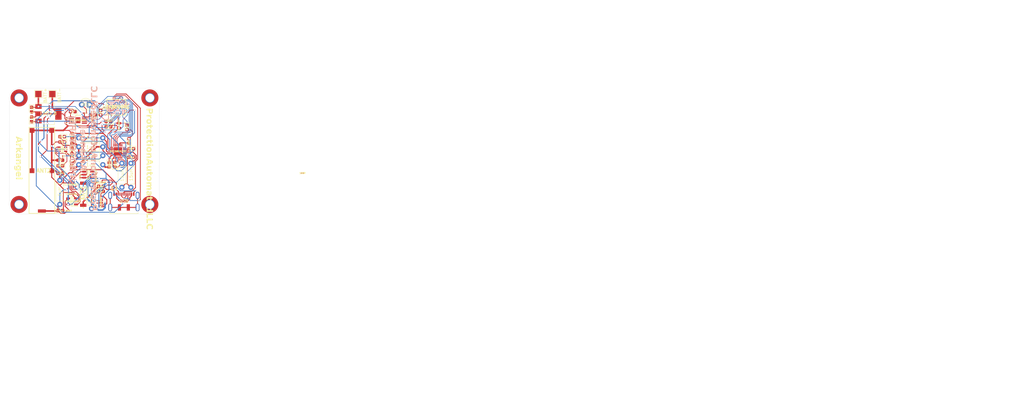
<source format=kicad_pcb>
(kicad_pcb (version 20221018) (generator pcbnew)
  (title_block (title "Arkangel ") (date "2023-07-24") (rev "00") (company "ProtectionAutomated"))
  (layers (0 "F.Cu" signal) (31 "B.Cu" signal) (34 "B.Paste" user) (35 "F.Paste" user) (36 "B.SilkS" user "B.Silkscreen") (37 "F.SilkS" user "F.Silkscreen") (38 "B.Mask" user) (39 "F.Mask" user) (44 "Edge.Cuts" user))
  (net 0 "")
  (net 1 "-BATT")
  (net 2 "+1V0")
  (net 3 "+1V1")
  (net 4 "Net-(D2-K)")
  (net 5 "Net-(D2-A)")
  (net 6 "Net-(U4-ISET)")
  (net 7 "Net-(U4-PRE-TERM)")
  (net 8 "Net-(U4-TS)")
  (net 12 "ANTOUT")
  (net 13 "CrystalB")
  (net 14 "CrystalA")
  (net 15 "BATTICIN")
  (net 16 "Net-(C13-Pad1)")
  (net 17 "Net-(IC3-RFO)")
  (net 18 "Net-(IC3-VR_PA)")
  (net 19 "Net-(C16-Pad2)")
  (net 20 "+1V5")
  (net 21 "RF1")
  (net 22 "Net-(IC3-RFI_P)")
  (net 23 "Net-(IC3-RFI_N)")
  (net 24 "RF2")
  (net 25 "Net-(IC4-RFC)")
  (net 26 "Net-(C24-Pad2)")
  (net 27 "Net-(IC4-CTRL)")
  (net 28 "SPICLK")
  (net 29 "NSS")
  (net 30 "MISO")
  (net 31 "MOSI")
  (net 32 "DIO3")
  (net 33 "Net-(IC3-DCC_SW)")
  (net 34 "DIO2")
  (net 35 "DIO1")
  (net 36 "Net-(IC3-BUSY)")
  (net 37 "OutDelayed")
  (net 38 "Net-(IC5-IN+)")
  (net 39 "Net-(IC3-VREG)")
  (net 40 "Net-(IC3-VBAT)")
  (net 41 "Net-(IC3-VDD_IN)")
  (net 42 "Net-(IC5-IN-)")
  (net 43 "Net-(ANT1-FEED)")
  (net 45 "Net-(IC1-RSTN)")
  (net 66 "LNA_OUT")
  (net 69 "SLEEP")
  (net 70 "D+")
  (net 75 "D-")
  (net 95 "LNA_IN")
  (net 96 "OP1_OUT")
  (net 97 "Net-(IC2-IN+)")
  (net 98 "Net-(IC2-IN-)")
  (net 99 "Net-(J1-CC1)")
  (net 102 "Net-(J1-CC2)")
  (net 103 "unconnected-(J1-SHIELD-PadS1)")
  (net 104 "Net-(U2-VCC)")
  (net 105 "Net-(U2-EP)")
  (net 106 "Net-(U2-VENABLE)")
  (footprint "Capacitor_Tantalum_SMD:CP_EIA-1608-08_AVX-J" (layer "F.Cu") (at 62.9325 68.895)
    (fp_text reference "C9" hide)
    (fp_text value "0.5pF")
  )
  (footprint "Resistor_SMD:R_0201_0603Metric" (layer "F.Cu") (at 52.0175 49.0175 -90)
    (fp_text reference "R5" hide)
    (fp_text value "2k")
  )
  (footprint "Inductor_THT:L_Axial_L5.3mm_D2.2mm_P7.62mm_Horizontal_Vishay_IM-1" (layer "F.Cu") (at 69.53 69.23 90)
    (fp_text reference "L3" hide)
    (fp_text value "15uH")
  )
  (footprint "Capacitor_Tantalum_SMD:CP_EIA-1608-08_AVX-J" (layer "F.Cu") (at 67.28 62.07 90)
    (fp_text reference "C18" hide)
    (fp_text value "100nF")
  )
  (footprint "Capacitor_Tantalum_SMD:CP_EIA-1608-08_AVX-J" (layer "F.Cu") (at 62.81 45.6075 -90)
    (fp_text reference "C15" hide)
    (fp_text value "1uF")
  )
  (footprint "LED_THT:LED_D3.0mm" (layer "F.Cu") (at 59.3575 43.0525 180)
    (fp_text reference "D2" hide)
    (fp_text value "RED")
  )
  (footprint "Resistor_SMD:R_0201_0603Metric" (layer "F.Cu") (at 52.53 76.67)
    (fp_text reference "R14" hide)
    (fp_text value "100kR")
  )
  (footprint "MountingHole:MountingHole_2.7mm_M2.5_Pad_TopOnly" (layer "F.Cu") (at 37.01 74.66)
    (fp_text reference "H4" hide)
    (fp_text value "MountingHole" hide)
  )
  (footprint "Capacitor_Tantalum_SMD:CP_EIA-1608-08_AVX-J" (layer "F.Cu") (at 53.75 56.0525 90)
    (fp_text reference "C19" hide)
    (fp_text value "470nF")
  )
  (footprint "Capacitor_Tantalum_SMD:CP_EIA-1608-08_AVX-J" (layer "F.Cu") (at 65.2625 50.09 180)
    (fp_text reference "C4" hide)
    (fp_text value "21pF")
  )
  (footprint "DX07S016JA1R1500:JAE_DX07S016JA1R1500" (layer "F.Cu") (at 70.16 72.5)
    (fp_text reference "J1" hide)
    (fp_text value "USB")
    (fp_line (start 2.875 -0.315) (end 3.125 -0.315) (stroke (width 0.01)) (layer "Edge.Cuts"))
    (fp_line (start 3.125 0.315) (end 2.875 0.315) (stroke (width 0.01)) (layer "Edge.Cuts"))
    (fp_arc (start 2.56 0) (mid 2.652261 -0.222739) (end 2.875 -0.315) (stroke (width 0.01)) (layer "Edge.Cuts"))
    (fp_arc (start 2.875 0.315) (mid 2.652261 0.222739) (end 2.56 0) (stroke (width 0.01)) (layer "Edge.Cuts"))
    (fp_arc (start 3.125 -0.315) (mid 3.347739 -0.222739) (end 3.44 0) (stroke (width 0.01)) (layer "Edge.Cuts"))
    (fp_arc (start 3.44 0) (mid 3.347739 0.222739) (end 3.125 0.315) (stroke (width 0.01)) (layer "Edge.Cuts"))
  )
  (footprint "Capacitor_Tantalum_SMD:CP_EIA-1608-08_AVX-J" (layer "F.Cu") (at 65.51 62.1275 -90)
    (fp_text reference "C16" hide)
    (fp_text value "100nF")
  )
  (footprint "Inductor_THT:L_Axial_L5.3mm_D2.2mm_P7.62mm_Horizontal_Vishay_IM-1" (layer "F.Cu") (at 55.89 62.08)
    (fp_text reference "L2" hide)
    (fp_text value "1uH")
  )
  (footprint "Resistor_SMD:R_0201_0603Metric" (layer "F.Cu") (at 61.38 64.675 -90)
    (fp_text reference "R9" hide)
    (fp_text value "100k")
  )
  (footprint "Resistor_SMD:R_0201_0603Metric" (layer "F.Cu") (at 52.0175 47.5525 -90)
    (fp_text reference "R4" hide)
    (fp_text value "1k")
  )
  (footprint "KiCadOP:SOT95P280X145-5N" (layer "F.Cu") (at 58.87 65.23)
    (fp_text reference "IC2" hide)
    (fp_text value "TL081HIDBVR" hide)
  )
  (footprint "KiCadBatt:DGQ0010D_NV_N" (layer "F.Cu") (at 55.6275 47.9925)
    (fp_text reference "U4" hide)
    (fp_text value "BQ24092DGQT")
  )
  (footprint "Resistor_SMD:R_0201_0603Metric" (layer "F.Cu") (at 57.9875 45.7525)
    (fp_text reference "R7" hide)
    (fp_text value "1k5")
  )
  (footprint "KiCadOP:SOT95P280X145-5N" (layer "F.Cu") (at 53.77 73.7 180)
    (fp_text reference "IC5" hide)
    (fp_text value "TL081HIDBVR")
  )
  (footprint "KiCadRFSwitch:SOT65P210X110-6N" (layer "F.Cu") (at 50.69 57.17 180)
    (fp_text reference "IC4" hide)
    (fp_text value "PE4259")
  )
  (footprint "Resistor_SMD:R_0201_0603Metric" (layer "F.Cu") (at 59.97 47.99 -90)
    (fp_text reference "R6" hide)
    (fp_text value "50kR")
  )
  (footprint "TestPoint:TestPoint_Pad_2.0x2.0mm" (layer "F.Cu") (at 47.54 39.71 90)
    (fp_text reference "TP2" hide)
    (fp_text value "BATT-")
  )
  (footprint "Capacitor_Tantalum_SMD:CP_EIA-1608-08_AVX-J" (layer "F.Cu") (at 71.77 54.5675 90)
    (fp_text reference "C12" hide)
    (fp_text value "100nF")
  )
  (footprint "Capacitor_Tantalum_SMD:CP_EIA-1608-08_AVX-J" (layer "F.Cu") (at 50.6725 54.89 180)
    (fp_text reference "C23" hide)
    (fp_text value "470nF")
  )
  (footprint "Capacitor_Tantalum_SMD:CP_EIA-1608-08_AVX-J" (layer "F.Cu") (at 71.16 50.2825 -90)
    (fp_text reference "C5" hide)
    (fp_text value "21pF")
  )
  (footprint "MountingHole:MountingHole_2.7mm_M2.5_Pad_TopOnly" (layer "F.Cu") (at 78.37 40.94)
    (fp_text reference "H2" hide)
    (fp_text value "MountingHole" hide)
  )
  (footprint "Inductor_THT:L_Axial_L5.3mm_D2.2mm_P7.62mm_Horizontal_Vishay_IM-1" (layer "F.Cu") (at 63.51 59.2 180)
    (fp_text reference "Le" hide)
    (fp_text value "1uH")
  )
  (footprint "Inductor_THT:L_Axial_L5.3mm_D2.2mm_P7.62mm_Horizontal_Vishay_IM-1" (layer "F.Cu") (at 55.87 53.59)
    (fp_text reference "L7" hide)
    (fp_text value "1uH")
  )
  (footprint "KiCad32MOSC:FC12M327680KDA0" (layer "F.Cu") (at 68.61 49.7 -90)
    (fp_text reference "Y2" hide)
    (fp_text value "32Crystal")
  )
  (footprint "KiCadANT:1575AT43A0040E" (layer "F.Cu") (at 57.3075 71.415 -90)
    (fp_text reference "ANT1")
    (fp_text value "1575AT43A0040E" hide)
  )
  (footprint "Inductor_THT:L_Axial_L5.3mm_D2.2mm_P7.62mm_Horizontal_Vishay_IM-1" (layer "F.Cu") (at 72.374315 69.24 90)
    (fp_text reference "L4" hide)
    (fp_text value "15uH")
  )
  (footprint "Capacitor_Tantalum_SMD:CP_EIA-1608-08_AVX-J" (layer "F.Cu") (at 53.78 52.8875 90)
    (fp_text reference "C21" hide)
    (fp_text value "470nF")
  )
  (footprint "Capacitor_Tantalum_SMD:CP_EIA-1608-08_AVX-J" (layer "F.Cu") (at 50.6275 53.2 180)
    (fp_text reference "C22" hide)
    (fp_text value "100nF")
  )
  (footprint "Inductor_THT:L_Axial_L5.3mm_D2.2mm_P7.62mm_Horizontal_Vishay_IM-1" (layer "F.Cu") (at 59.9075 68.375 -90)
    (fp_text reference "L1" hide)
    (fp_text value "0.6nH")
  )
  (footprint "Capacitor_Tantalum_SMD:CP_EIA-1608-08_AVX-J" (layer "F.Cu") (at 40.98 44.6325 -90)
    (fp_text reference "C6" hide)
    (fp_text value "1uF")
  )
  (footprint "Resistor_SMD:R_0201_0603Metric" (layer "F.Cu") (at 54.39 71.44)
    (fp_text reference "R16" hide)
    (fp_text value "470k")
  )
  (footprint "Resistor_SMD:R_0201_0603Metric" (layer "F.Cu") (at 56.28 65.88 90)
    (fp_text reference "R10" hide)
    (fp_text value "470kR")
  )
  (footprint "KiCadTANT:A10340" (layer "F.Cu") (at 44.23 76.73 180)
    (fp_text reference "ANT2")
    (fp_text value "A10340" hide)
  )
  (footprint "Resistor_SMD:R_0201_0603Metric" (layer "F.Cu") (at 66.44 69.58 90)
    (fp_text reference "R2" hide)
    (fp_text value "5kR")
  )
  (footprint "RF:Skyworks_SKY65404-31" (layer "F.Cu") (at 62.8675 74.165 90)
    (fp_text reference "U2" hide)
    (fp_text value "SKY65404")
  )
  (footprint "Capacitor_Tantalum_SMD:CP_EIA-1608-08_AVX-J" (layer "F.Cu") (at 62.93 70.515)
    (fp_text reference "C8" hide)
    (fp_text value "0.1uF")
  )
  (footprint "Package_TO_SOT_SMD:SOT-223-3_TabPin2" (layer "F.Cu") (at 46.3 45.95)
    (fp_text reference "U3" hide)
    (fp_text value "LDO1.8")
  )
  (footprint "KiCad:74AVC9112GTX" (layer "F.Cu") (at 53.39 68.475 180)
    (fp_text reference "IC6" hide)
    (fp_text value "74LVC2G00GT")
  )
  (footprint "Capacitor_Tantalum_SMD:CP_EIA-1608-08_AVX-J" (layer "F.Cu") (at 60.3475 46.32 180)
    (fp_text reference "C10" hide)
    (fp_text value "4.7uF")
  )
  (footprint "KiCadTransIC:QFN50P400X400X100-25N-D" (layer "F.Cu") (at 68.25 57.87 90)
    (fp_text reference "IC3" hide)
    (fp_text value "SX1268IMLTRT")
  )
  (footprint "MountingHole:MountingHole_2.7mm_M2.5_Pad_TopOnly" (layer "F.Cu") (at 78.36 74.66)
    (fp_text reference "H3" hide)
    (fp_text value "MountingHole" hide)
  )
  (footprint "Inductor_THT:L_Axial_L5.3mm_D2.2mm_P7.62mm_Horizontal_Vishay_IM-1" (layer "F.Cu") (at 49.91 74.63 90)
    (fp_text reference "L8" hide)
    (fp_text value "1uH")
  )
  (footprint "Capacitor_Tantalum_SMD:CP_EIA-1608-08_AVX-J" (layer "F.Cu") (at 40.98 47.7125 90)
    (fp_text reference "C7" hide)
    (fp_text value "1uF")
  )
  (footprint "Capacitor_Tantalum_SMD:CP_EIA-1608-08_AVX-J" (layer "F.Cu") (at 53.9975 45.2925 180)
    (fp_text reference "C11" hide)
    (fp_text value "1uF")
  )
  (footprint "Capacitor_Tantalum_SMD:CP_EIA-1608-08_AVX-J" (layer "F.Cu") (at 50.0625 64.81 180)
    (fp_text reference "C25" hide)
    (fp_text value "470nF")
  )
  (footprint "MountingHole:MountingHole_2.7mm_M2.5_Pad_TopOnly" (layer "F.Cu") (at 37.03 40.94)
    (fp_text reference "H1" hide)
    (fp_text value "MountingHole" hide)
  )
  (footprint "KiCadGPS:BGA99C50P9X11_500X600X120" (layer "F.Cu") (at 67.79 43.89 -90)
    (fp_text reference "IC1" hide)
    (fp_text value "STA8090FG")
  )
  (footprint "Capacitor_Tantalum_SMD:CP_EIA-1608-08_AVX-J" (layer "F.Cu") (at 50.0575 62.42 180)
    (fp_text reference "C24" hide)
    (fp_text value "100nF")
  )
  (footprint "Resistor_SMD:R_0201_0603Metric" (layer "F.Cu") (at 63.57 67.695)
    (fp_text reference "R3" hide)
    (fp_text value "100R")
  )
  (footprint "Resistor_SMD:R_0201_0603Metric" (layer "F.Cu") (at 52.75 71.44)
    (fp_text reference "R15" hide)
    (fp_text value "100k")
  )
  (footprint "Capacitor_Tantalum_SMD:CP_EIA-1608-08_AVX-J" (layer "F.Cu") (at 53.73 62.4425 -90)
    (fp_text reference "C13" hide)
    (fp_text value "470nF")
  )
  (footprint "Resistor_SMD:R_0201_0603Metric" (layer "F.Cu") (at 126.63 64.76 180)
    (fp_text reference "R1" hide)
    (fp_text value "100R")
  )
  (footprint "Capacitor_Tantalum_SMD:CP_EIA-1608-08_AVX-J" (layer "F.Cu") (at 65.2525 48.37 180)
    (fp_text reference "Ce" hide)
    (fp_text value "100nF")
  )
  (footprint "Capacitor_Tantalum_SMD:CP_EIA-1608-08_AVX-J" (layer "F.Cu") (at 50.0575 60.66 180)
    (fp_text reference "C27" hide)
    (fp_text value "1nF")
  )
  (footprint "Resistor_SMD:R_0201_0603Metric" (layer "F.Cu") (at 61.38 66.155 90)
    (fp_text reference "R11" hide)
    (fp_text value "100k")
  )
  (footprint "Capacitor_Tantalum_SMD:CP_EIA-1608-08_AVX-J" (layer "F.Cu") (at 50.06 76.62)
    (fp_text reference "C26" hide)
    (fp_text value "470nF")
  )
  (footprint "Resistor_SMD:R_0201_0603Metric" (layer "F.Cu") (at 51.155 59.27)
    (fp_text reference "R12" hide)
    (fp_text value "100R")
  )
  (footprint "TestPoint:TestPoint_Pad_2.0x2.0mm" (layer "F.Cu") (at 43.13 39.7 90)
    (fp_text reference "TP1" hide)
    (fp_text value "BATT+")
  )
  (footprint "Resistor_SMD:R_0201_0603Metric" (layer "F.Cu") (at 62.09 67.685 180)
    (fp_text reference "R1" hide)
    (fp_text value "100R")
  )
  (footprint "Capacitor_Tantalum_SMD:CP_EIA-1608-08_AVX-J" (layer "F.Cu") (at 53.75 59.285 -90)
    (fp_text reference "C20" hide)
    (fp_text value "470nF")
  )
  (footprint "Inductor_THT:L_Axial_L5.3mm_D2.2mm_P7.62mm_Horizontal_Vishay_IM-1" (layer "F.Cu") (at 55.88 56.41)
    (fp_text reference "L5" hide)
    (fp_text value "1uH")
  )
  (footprint "Capacitor_Tantalum_SMD:CP_EIA-1608-08_AVX-J" (layer "F.Cu") (at 72.51 59.66)
    (fp_text reference "C14" hide)
    (fp_text value "470nF")
  )
  (footprint "Capacitor_Tantalum_SMD:CP_EIA-1608-08_AVX-J" (layer "F.Cu") (at 72.4875 57.04 180)
    (fp_text reference "C17" hide)
    (fp_text value "100nF")
  )
  (footprint "Resistor_SMD:R_0201_0603Metric" (layer "F.Cu") (at 67.77 69.585 -90)
    (fp_text reference "R8" hide)
    (fp_text value "5kR")
  )
  (gr_circle (center 37.016936 74.67) (end 38.336936 74.58) (stroke (width 0.05)) (fill none) (layer "Edge.Cuts"))
  (gr_arc (start 66.15 72.27) (mid 65.84 72.58) (end 65.53 72.27) (stroke (width 0.05)) (layer "Edge.Cuts"))
  (gr_arc (start 74.79 76.25) (mid 74.48 76.56) (end 74.17 76.25) (stroke (width 0.05)) (layer "Edge.Cuts"))
  (gr_arc (start 37.01 77.69) (mid 34.867466 76.802534) (end 33.98 74.66) (stroke (width 0.05)) (layer "Edge.Cuts"))
  (gr_line (start 78.36 77.69) (end 37.01 77.69) (stroke (width 0.05)) (layer "Edge.Cuts"))
  (gr_arc (start 74.79 72.27) (mid 74.48 72.58) (end 74.17 72.27) (stroke (width 0.05)) (layer "Edge.Cuts"))
  (gr_line (start 66.15 74.96) (end 66.15 76.25) (stroke (width 0.05)) (layer "Edge.Cuts"))
  (gr_line (start 33.98 74.66) (end 34 40.94) (stroke (width 0.05)) (layer "Edge.Cuts"))
  (gr_line (start 81.4 40.94) (end 81.39 74.66) (stroke (width 0.05)) (layer "Edge.Cuts"))
  (gr_line (start 74.79 74.95) (end 74.79 76.25) (stroke (width 0.05)) (layer "Edge.Cuts"))
  (gr_arc (start 66.15 76.25) (mid 65.84 76.56) (end 65.53 76.25) (stroke (width 0.05)) (layer "Edge.Cuts"))
  (gr_arc (start 74.17 71.28) (mid 74.48 70.97) (end 74.79 71.28) (stroke (width 0.05)) (layer "Edge.Cuts"))
  (gr_circle (center 78.37 40.94) (end 79.69 40.85) (stroke (width 0.05)) (fill none) (layer "Edge.Cuts"))
  (gr_line (start 74.79 71.28) (end 74.79 72.27) (stroke (width 0.05)) (layer "Edge.Cuts"))
  (gr_line (start 37.03 37.91) (end 78.37 37.91) (stroke (width 0.05)) (layer "Edge.Cuts"))
  (gr_circle (center 78.356936 74.66) (end 79.676936 74.57) (stroke (width 0.05)) (fill none) (layer "Edge.Cuts"))
  (gr_arc (start 34 40.94) (mid 34.887466 38.797466) (end 37.03 37.91) (stroke (width 0.05)) (layer "Edge.Cuts"))
  (gr_line (start 65.53 71.28) (end 65.53 72.27) (stroke (width 0.05)) (layer "Edge.Cuts"))
  (gr_line (start 66.15 72.27) (end 66.15 71.28) (stroke (width 0.05)) (layer "Edge.Cuts"))
  (gr_arc (start 78.37 37.91) (mid 80.512534 38.797466) (end 81.4 40.94) (stroke (width 0.05)) (layer "Edge.Cuts"))
  (gr_arc (start 65.53 74.96) (mid 65.84 74.65) (end 66.15 74.96) (stroke (width 0.05)) (layer "Edge.Cuts"))
  (gr_arc (start 65.53 71.28) (mid 65.84 70.97) (end 66.15 71.28) (stroke (width 0.05)) (layer "Edge.Cuts"))
  (gr_arc (start 81.39 74.66) (mid 80.502534 76.802534) (end 78.36 77.69) (stroke (width 0.05)) (layer "Edge.Cuts"))
  (gr_arc (start 74.17 74.95) (mid 74.48 74.64) (end 74.79 74.95) (stroke (width 0.05)) (layer "Edge.Cuts"))
  (gr_line (start 65.53 74.96) (end 65.53 76.25) (stroke (width 0.05)) (layer "Edge.Cuts"))
  (gr_line (start 74.17 74.95) (end 74.17 76.25) (stroke (width 0.05)) (layer "Edge.Cuts"))
  (gr_circle (center 37.026936 40.94) (end 38.346936 40.85) (stroke (width 0.05)) (fill none) (layer "Edge.Cuts"))
  (gr_line (start 74.17 71.28) (end 74.17 72.27) (stroke (width 0.05)) (layer "Edge.Cuts"))
  (gr_text "ProtectionAutomatedLLC\nArkangel\n|PROTOTYPE|" (at 52.68 56.93 -90) (layer "B.SilkS") (effects (font (size 2 2) (thickness 0.4) bold) (justify bottom mirror)))
  (gr_text "Arkangel" (at 35.73 53.1 270) (layer "F.SilkS") (effects (font (size 1.95 1.95) (thickness 0.4875) bold) (justify left bottom)))
  (gr_text "ProtectionAutomatedLLC" (at 77.01 44.11 270) (layer "F.SilkS") (effects (font (size 1.95 1.95) (thickness 0.4875) bold) (justify left bottom)))
  (segment (start 67.77 68.63) (end 67.77 69.265) (width 0.25) (layer "F.Cu") (net 1))
  (segment (start 42.1 47) (end 43.15 45.95) (width 0.3) (layer "F.Cu") (net 1))
  (segment (start 55.880674 73.7) (end 55.94 73.640674) (width 0.3) (layer "F.Cu") (net 1))
  (segment (start 55.02 73.7) (end 55.880674 73.7) (width 0.3) (layer "F.Cu") (net 1))
  (segment (start 58.21 65.23) (end 58.54 64.9) (width 0.3) (layer "F.Cu") (net 1))
  (segment (start 66.79 44.89) (end 66.79 44.39) (width 0.13) (layer "F.Cu") (net 1))
  (segment (start 51.03 66.456619) (end 51.03 67.56) (width 0.3) (layer "F.Cu") (net 1))
  (segment (start 62.8675 73.44) (end 62.8675 72.095) (width 0.3) (layer "F.Cu") (net 1))
  (segment (start 51.4925 48.3475) (end 51.9675 47.8725) (width 0.13) (layer "F.Cu") (net 1))
  (segment (start 52.0175 49.3375) (end 51.82646 49.3375) (width 0.13) (layer "F.Cu") (net 1))
  (segment (start 67.29 43.39) (end 67.29 43.89) (width 0.13) (layer "F.Cu") (net 1))
  (segment (start 54.593602 63.66) (end 53.643602 64.61) (width 0.3) (layer "F.Cu") (net 1))
  (segment (start 67.79 44.39) (end 67.29 44.39) (width 0.13) (layer "F.Cu") (net 1))
  (segment (start 65.585 57.12) (end 65.09 56.625) (width 0.3) (layer "F.Cu") (net 1))
  (segment (start 66.29 44.89) (end 66.79 44.89) (width 0.13) (layer "F.Cu") (net 1))
  (segment (start 52.47 49.79) (end 58.49 49.79) (width 0.2) (layer "F.Cu") (net 1))
  (segment (start 67.79 43.89) (end 67.79 44.39) (width 0.13) (layer "F.Cu") (net 1))
  (segment (start 54.71 71.44) (end 54.71 71.25603) (width 0.3) (layer "F.Cu") (net 1))
  (segment (start 58.54 64.9) (end 58.54 63.66) (width 0.3) (layer "F.Cu") (net 1))
  (segment (start 66.984999 67.214999) (end 66.984999 67.175673) (width 0.3) (layer "F.Cu") (net 1))
  (segment (start 67.5 57.12) (end 68.25 57.87) (width 0.3) (layer "F.Cu") (net 1))
  (segment (start 53.605674 70.92) (end 53.555674 70.87) (width 0.3) (layer "F.Cu") (net 1))
  (segment (start 68.79 44.39) (end 68.78 44.39) (width 0.13) (layer "F.Cu") (net 1))
  (segment (start 53.577502 47.9925) (end 52.1375 47.9925) (width 0.13) (layer "F.Cu") (net 1))
  (segment (start 64.5 46.32) (end 64.93 45.89) (width 0.13) (layer "F.Cu") (net 1))
  (segment (start 49.94 68.65) (end 47.34 66.05) (width 0.3) (layer "F.Cu") (net 1))
  (segment (start 51.03 69.74) (end 49.94 68.65) (width 0.3) (layer "F.Cu") (net 1))
  (segment (start 52.935 55.95) (end 51.02 55.95) (width 0.3) (layer "F.Cu") (net 1))
  (segment (start 51.4925 45.7475) (end 51.4925 46.59) (width 0.25) (layer "F.Cu") (net 1))
  (segment (start 57.62 65.23) (end 58.21 65.23) (width 0.3) (layer "F.Cu") (net 1))
  (segment (start 67.5 61.1375) (end 67.5 59.82) (width 0.2) (layer "F.Cu") (net 1))
  (segment (start 47.34 51.22) (end 41.12 51.22) (width 0.5) (layer "F.Cu") (net 1))
  (segment (start 63.645 68.895) (end 63.645 70.5125) (width 0.3) (layer "F.Cu") (net 1))
  (segment (start 67.25897 69.265) (end 67.77 69.265) (width 0.3) (layer "F.Cu") (net 1))
  (segment (start 52.7675 44.4725) (end 51.4925 45.7475) (width 0.25) (layer "F.Cu") (net 1))
  (segment (start 68.78 44.39) (end 68.79 44.4) (width 0.13) (layer "F.Cu") (net 1))
  (segment (start 68.25 57.87) (end 67.5 58.62) (width 0.2) (layer "F.Cu") (net 1))
  (segment (start 66.44 69.9) (end 66.62397 69.9) (width 0.3) (layer "F.Cu") (net 1))
  (segment (start 51.4925 49.003541) (end 51.4925 48.3475) (width 0.13) (layer "F.Cu") (net 1))
  (segment (start 58.54 63.66) (end 54.593602 63.66) (width 0.3) (layer "F.Cu") (net 1))
  (segment (start 55.94 72.17) (end 55.21 71.44) (width 0.3) (layer "F.Cu") (net 1))
  (segment (start 63.715 75.385) (end 64.745 74.355) (width 0.3) (layer "F.Cu") (net 1))
  (segment (start 47.34 66.05) (end 47.34 63.98) (width 0.3) (layer "F.Cu") (net 1))
  (segment (start 60.118614 48.31) (end 59.97 48.31) (width 0.25) (layer "F.Cu") (net 1))
  (segment (start 47.54 39.71) (end 47.54 44.04) (width 0.5) (layer "F.Cu") (net 1))
  (segment (start 62.81 46.64) (end 64.54 48.37) (width 0.13) (layer "F.Cu") (net 1))
  (segment (start 71.24 58.62) (end 71.29 58.67) (width 0.3) (layer "F.Cu") (net 1))
  (segment (start 51.868886 47.8725) (end 52.0175 47.8725) (width 0.25) (layer "F.Cu") (net 1))
  (segment (start 72.925 52.7) (end 71.77 53.855) (width 0.25) (layer "F.Cu") (net 1))
  (segment (start 64.745 73.137182) (end 63.702818 72.095) (width 0.3) (layer "F.Cu") (net 1))
  (segment (start 51.82646 49.3375) (end 51.4925 49.003541) (width 0.13) (layer "F.Cu") (net 1))
  (segment (start 67.5 58.62) (end 67.5 59.82) (width 0.2) (layer "F.Cu") (net 1))
  (segment (start 63.645 70.5125) (end 63.6425 70.515) (width 0.3) (layer "F.Cu") (net 1))
  (segment (start 66.984999 67.175673) (end 63.469326 63.66) (width 0.3) (layer "F.Cu") (net 1))
  (segment (start 52.1375 47.9925) (end 52.0175 47.8725) (width 0.13) (layer "F.Cu") (net 1))
  (segment (start 65.79 44.89) (end 66.29 44.89) (width 0.13) (layer "F.Cu") (net 1))
  (segment (start 66.62397 69.9) (end 67.25897 69.265) (width 0.3) (layer "F.Cu") (net 1))
  (segment (start 51.02 55.95) (end 49.96 54.89) (width 0.3) (layer "F.Cu") (net 1))
  (segment (start 63.702818 72.095) (end 62.8675 72.095) (width 0.3) (layer "F.Cu") (net 1))
  (segment (start 60.465 46.915) (end 60.465 47.963614) (width 0.25) (layer "F.Cu") (net 1))
  (segment (start 51.4925 46.59) (end 51.4925 47.496114) (width 0.25) (layer "F.Cu") (net 1))
  (segment (start 58.49 49.79) (end 61.27392 49.79) (width 0.3) (layer "F.Cu") (net 1))
  (segment (start 73.26 70.88) (end 73.97 70.17) (width 0.25) (layer "F.Cu") (net 1))
  (segment (start 66.29 44.39) (end 65.79 44.39) (width 0.13) (layer "F.Cu") (net 1))
  (segment (start 57.677501 48.492499) (end 59.787501 48.492499) (width 0.13) (layer "F.Cu") (net 1))
  (segment (start 72.925 51.638395) (end 72.925 52.7) (width 0.25) (layer "F.Cu") (net 1))
  (segment (start 64.65 69.9) (end 63.645 68.895) (width 0.3) (layer "F.Cu") (net 1))
  (segment (start 65.29 47.62) (end 65.29 45.89) (width 0.13) (layer "F.Cu") (net 1))
  (segment (start 65.09 53.60608) (end 63.65892 52.175) (width 0.3) (layer "F.Cu") (net 1))
  (segment (start 51.03 76.3625) (end 51.03 70.87) (width 0.3) (layer "F.Cu") (net 1))
  (segment (start 69.79 45.89) (end 69.79 46.96) (width 0.13) (layer "F.Cu") (net 1))
  (segment (start 54.37397 70.92) (end 53.605674 70.92) (width 0.3) (layer "F.Cu") (net 1))
  (segment (start 62.8675 74.89) (end 62.8675 75.105937) (width 0.3) (layer "F.Cu") (net 1))
  (segment (start 47.34 51.22) (end 47.34 56.15) (width 0.5) (layer "F.Cu") (net 1))
  (segment (start 67.79 43.89) (end 67.29 43.89) (width 0.13) (layer "F.Cu") (net 1))
  (segment (start 51.4925 47.496114) (end 51.868886 47.8725) (width 0.25) (layer "F.Cu") (net 1))
  (segment (start 69.29 41.89) (end 69.29 41.04) (width 0.13) (layer "F.Cu") (net 1))
  (segment (start 70.2 58.62) (end 71.24 58.62) (width 0.3) (layer "F.Cu") (net 1))
  (segment (start 50.74 67.85) (end 49.94 68.65) (width 0.25) (layer "F.Cu") (net 1))
  (segment (start 53.78 52.175) (end 52.825 51.22) (width 0.25) (layer "F.Cu") (net 1))
  (segment (start 48.52 63.98) (end 49.35 64.81) (width 0.5) (layer "F.Cu") (net 1))
  (segment (start 67.28 61.3575) (end 67.5 61.1375) (width 0.2) (layer "F.Cu") (net 1))
  (segment (start 62.8 46.33) (end 62.81 46.64) (width 0.13) (layer "F.Cu") (net 1))
  (segment (start 52.876619 64.61) (end 51.03 66.456619) (width 0.3) (layer "F.Cu") (net 1))
  (segment (start 50.8525 45.95) (end 49.45 45.95) (width 0.25) (layer "F.Cu") (net 1))
  (segment (start 53.75 56.765) (end 53.75 58.5725) (width 0.5) (layer "F.Cu") (net 1))
  (segment (start 61.06 46.32) (end 62.81 46.32) (width 0.3) (layer "F.Cu") (net 1))
  (segment (start 69.79 46.96) (end 69.78 46.97) (width 0.13) (layer "F.Cu") (net 1))
  (segment (start 48.6 54.89) (end 47.34 56.15) (width 0.25) (layer "F.Cu") (net 1))
  (segment (start 65.79 45.39) (end 65.79 43.89) (width 0.13) (layer "F.Cu") (net 1))
  (segment (start 52.47 49.79) (end 51.04 51.22) (width 0.5) (layer "F.Cu") (net 1))
  (segment (start 66.29 44.39) (end 66.29 44.4) (width 0.13) (layer "F.Cu") (net 1))
  (segment (start 64.55 48.38) (end 64.54 48.37) (width 0.13) (layer "F.Cu") (net 1))
  (segment (start 57.62 65.23) (end 56.61 65.23) (width 0.3) (layer "F.Cu") (net 1))
  (segment (start 40.98 47) (end 42.1 47) (width 0.3) (layer "F.Cu") (net 1))
  (segment (start 63.6425 70.515) (end 62.8675 71.29) (width 0.25) (layer "F.Cu") (net 1))
  (segment (start 69 58.62) (end 68.25 57.87) (width 0.2) (layer "F.Cu") (net 1))
  (segment (start 53.89 44.4725) (end 52.7675 44.4725) (width 0.25) (layer "F.Cu") (net 1))
  (segment (start 54.71 71.25603) (end 54.37397 70.92) (width 0.3) (layer "F.Cu") (net 1))
  (segment (start 43.15 45.95) (end 49.45 45.95) (width 0.3) (layer "F.Cu") (net 1))
  (segment (start 53.555674 70.87) (end 51.03 70.87) (width 0.3) (layer "F.Cu") (net 1))
  (segment (start 70.2 58.62) (end 69 58.62) (width 0.3) (layer "F.Cu") (net 1))
  (segment (start 56.61 65.23) (end 56.28 65.56) (width 0.3) (layer "F.Cu") (net 1))
  (segment (start 49.96 54.89) (end 48.6 54.89) (width 0.25) (layer "F.Cu") (net 1))
  (segment (start 66.3 57.12) (end 65.585 57.12) (width 0.3) (layer "F.Cu") (net 1))
  (segment (start 47.54 44.04) (end 49.45 45.95) (width 0.5) (layer "F.Cu") (net 1))
  (segment (start 51.9675 47.8725) (end 52.0175 47.8725) (width 0.13) (layer "F.Cu") (net 1))
  (segment (start 63.146563 75.385) (end 63.715 75.385) (width 0.3) (layer "F.Cu") (net 1))
  (segment (start 66.79 44.39) (end 66.29 44.39) (width 0.13) (layer "F.Cu") (net 1))
  (segment (start 49.345 60.66) (end 47.34 60.66) (width 0.5) (layer "F.Cu") (net 1))
  (segment (start 55.94 73.640674) (end 55.94 72.17) (width 0.3) (layer "F.Cu") (net 1))
  (segment (start 66.44 69.9) (end 67.06 70.52) (width 0.3) (layer "F.Cu") (net 1))
  (segment (start 66.29 44.89) (end 66.29 44.4) (width 0.13) (layer "F.Cu") (net 1))
  (segment (start 47.34 63.98) (end 48.52 63.98) (width 0.5) (layer "F.Cu") (net 1))
  (segment (start 60.465 47.963614) (end 60.118614 48.31) (width 0.25) (layer "F.Cu") (net 1))
  (segment (start 70.29 44.89) (end 71.31 44.89) (width 0.13) (layer "F.Cu") (net 1))
  (segment (start 54.71 45.2925) (end 53.89 44.4725) (width 0.25) (layer "F.Cu") (net 1))
  (segment (start 53.75 56.765) (end 52.935 55.95) (width 0.3) (layer "F.Cu") (net 1))
  (segment (start 67.79 41.89) (end 67.79 40.98) (width 0.13) (layer "F.Cu") (net 1))
  (segment (start 62.8675 75.105937) (end 63.146563 75.385) (width 0.3) (layer "F.Cu") (net 1))
  (segment (start 66.44 69.9) (end 64.65 69.9) (width 0.3) (layer "F.Cu") (net 1))
  (segment (start 51.04 51.22) (end 47.34 51.22) (width 0.5) (layer "F.Cu") (net 1))
  (segment (start 72.306605 51.02) (end 72.925 51.638395) (width 0.25) (layer "F.Cu") (net 1))
  (segment (start 71.15 51.02) (end 72.306605 51.02) (width 0.25) (layer "F.Cu") (net 1))
  (segment (start 62.81 46.32) (end 62.8 46.33) (width 0.13) (layer "F.Cu") (net 1))
  (segment (start 47.34 56.15) (end 47.34 60.66) (width 0.5) (layer "F.Cu") (net 1))
  (segment (start 51.03 70.87) (end 51.03 69.74) (width 0.3) (layer "F.Cu") (net 1))
  (segment (start 61.27392 49.79) (end 63.65892 52.175) (width 0.3) (layer "F.Cu") (net 1))
  (segment (start 53.643602 64.61) (end 52.876619 64.61) (width 0.3) (layer "F.Cu") (net 1))
  (segment (start 65.28 41.88) (end 65.29 41.89) (width 0.13) (layer "F.Cu") (net 1))
  (segment (start 63.469326 63.66) (end 58.54 63.66) (width 0.3) (layer "F.Cu") (net 1))
  (segment (start 62.8675 71.29) (end 62.8675 72.095) (width 0.25) (layer "F.Cu") (net 1))
  (segment (start 67.06 70.52) (end 67.06 71.4) (width 0.3) (layer "F.Cu") (net 1))
  (segment (start 73.26 71.4) (end 73.26 70.88) (width 0.25) (layer "F.Cu") (net 1))
  (segment (start 52.64 67.85) (end 50.74 67.85) (width 0.25) (layer "F.Cu") (net 1))
  (segment (start 47.34 60.66) (end 47.34 63.98) (width 0.5) (layer "F.Cu") (net 1))
  (segment (start 64.55 50.09) (end 64.55 48.38) (width 0.13) (layer "F.Cu") (net 1))
  (segment (start 40.98 45.345) (end 42.545 45.345) (width 0.3) (layer "F.Cu") (net 1))
  (segment (start 41.12 51.22) (end 41.12 63.98) (width 0.5) (layer "F.Cu") (net 1))
  (segment (start 69.29 42.39) (end 69.29 41.89) (width 0.13) (layer "F.Cu") (net 1))
  (segment (start 64.93 45.89) (end 65.29 45.89) (width 0.13) (layer "F.Cu") (net 1))
  (segment (start 52.0175 49.3375) (end 52.47 49.79) (width 0.2) (layer "F.Cu") (net 1))
  (segment (start 66.3 57.12) (end 67.5 57.12) (width 0.3) (layer "F.Cu") (net 1))
  (segment (start 62.81 46.32) (end 64.5 46.32) (width 0.13) (layer "F.Cu") (net 1))
  (segment (start 58.49 49.79) (end 59.97 48.31) (width 0.2) (layer "F.Cu") (net 1))
  (segment (start 64.33 41.88) (end 65.28 41.88) (width 0.13) (layer "F.Cu") (net 1))
  (segment (start 64.54 48.37) (end 65.29 47.62) (width 0.13) (layer "F.Cu") (net 1))
  (segment (start 65.09 56.625) (end 65.09 53.60608) (width 0.3) (layer "F.Cu") (net 1))
  (segment (start 69.29 42.39) (end 68.79 42.39) (width 0.13) (layer "F.Cu") (net 1))
  (segment (start 69 59.82) (end 69 58.62) (width 0.2) (layer "F.Cu") (net 1))
  (segment (start 64.745 74.355) (end 64.745 73.137182) (width 0.3) (layer "F.Cu") (net 1))
  (segment (start 51.03 67.56) (end 50.74 67.85) (width 0.3) (layer "F.Cu") (net 1))
  (segment (start 59.787501 48.492499) (end 59.97 48.31) (width 0.13) (layer "F.Cu") (net 1))
  (segment (start 67.29 44.39) (end 66.79 44.39) (width 0.13) (layer "F.Cu") (net 1))
  (segment (start 67.77 68) (end 66.984999 67.214999) (width 0.3) (layer "F.Cu") (net 1))
  (segment (start 52.825 51.22) (end 51.04 51.22) (width 0.25) (layer "F.Cu") (net 1))
  (segment (start 50.7725 76.62) (end 51.03 76.3625) (width 0.3) (layer "F.Cu") (net 1))
  (segment (start 67.77 68.63) (end 67.77 68) (width 0.3) (layer "F.Cu") (net 1))
  (segment (start 42.545 45.345) (end 43.15 45.95) (width 0.3) (layer "F.Cu") (net 1))
  (segment (start 51.4925 46.59) (end 50.8525 45.95) (width 0.25) (layer "F.Cu") (net 1))
  (segment (start 61.06 46.32) (end 60.465 46.915) (width 0.25) (layer "F.Cu") (net 1))
  (segment (start 55.21 71.44) (end 54.71 71.44) (width 0.3) (layer "F.Cu") (net 1))
  (segment (start 63.65892 52.175) (end 53.78 52.175) (width 0.3) (layer "F.Cu") (net 1))
  (via (at 71.15 51.02) (size 0.55) (drill 0.5) (layers "F.Cu" "B.Cu") (net 1))
  (via (at 67.77 68.63) (size 0.35) (drill 0.3) (layers "F.Cu" "B.Cu") (net 1))
  (via (at 71.29 58.67) (size 0.35) (drill 0.3) (layers "F.Cu" "B.Cu") (net 1))
  (via (at 71.31 44.89) (size 0.35) (drill 0.3) (layers "F.Cu" "B.Cu") (net 1))
  (via (at 51.73 57.18) (size 0.35) (drill 0.3) (layers "F.Cu" "B.Cu") (net 1))
  (via (at 64.33 41.88) (size 0.35) (drill 0.3) (layers "F.Cu" "B.Cu") (net 1))
  (via (at 69.29 41.04) (size 0.35) (drill 0.3) (layers "F.Cu" "B.Cu") (net 1))
  (via (at 67.79 40.98) (size 0.35) (drill 0.3) (layers "F.Cu" "B.Cu") (net 1))
  (via (at 73.97 70.17) (size 0.35) (drill 0.3) (layers "F.Cu" "B.Cu") (net 1))
  (via (at 68.82 45.37) (size 0.30001) (drill 0.3) (layers "F.Cu" "B.Cu") (net 1))
  (via (at 71.78 53.85) (size 0.55) (drill 0.5) (layers "F.Cu" "B.Cu") (net 1))
  (via (at 68.78 44.39) (size 0.35) (drill 0.3) (layers "F.Cu" "B.Cu") (net 1))
  (via (at 62.8 46.33) (size 0.55) (drill 0.5) (layers "F.Cu" "B.Cu") (net 1))
  (via (at 73.2 57.03) (size 0.35) (drill 0.3) (layers "F.Cu" "B.Cu") (net 1))
  (via (at 66.29 44.4) (size 0.30001) (drill 0.3) (layers "F.Cu" "B.Cu") (net 1))
  (via (at 73.22 59.69) (size 0.35) (drill 0.3) (layers "F.Cu" "B.Cu") (net 1))
  (via (at 69.78 46.97) (size 0.35) (drill 0.3) (layers "F.Cu" "B.Cu") (net 1))
  (via (at 47.34 56.15) (size 0.55) (drill 0.5) (layers "F.Cu" "B.Cu") (net 1))
  (segment (start 62.165 44.045) (end 62.165 45.695) (width 0.25) (layer "B.Cu") (net 1))
  (segment (start 72.14 54.21) (end 72.14 58.62) (width 0.3) (layer "B.Cu") (net 1))
  (segment (start 73.21 59.69) (end 73.22 59.69) (width 0.3) (layer "B.Cu") (net 1))
  (segment (start 68.78 44.39) (end 69.082893 44.087107) (width 0.2) (layer "B.Cu") (net 1))
  (segment (start 62.165 45.695) (end 62.8 46.33) (width 0.25) (layer "B.Cu") (net 1))
  (segment (start 68.82 44.43) (end 68.78 44.39) (width 0.13) (layer "B.Cu") (net 1))
  (segment (start 69.29 41.04) (end 67.85 41.04) (width 0.2) (layer "B.Cu") (net 1))
  (segment (start 68.82 45.37) (end 68.82 44.43) (width 0.13) (layer "B.Cu") (net 1))
  (segment (start 72.14 58.62) (end 73.21 59.69) (width 0.3) (layer "B.Cu") (net 1))
  (segment (start 66.29 44.4) (end 66.29 43.84) (width 0.2) (layer "B.Cu") (net 1))
  (segment (start 68.31 43.167107) (end 68.31 42.662893) (width 0.2) (layer "B.Cu") (net 1))
  (segment (start 51.73 57.18) (end 48.36 57.17) (width 0.25) (layer "B.Cu") (net 1))
  (segment (start 71.78 53.85) (end 72.14 54.21) (width 0.3) (layer "B.Cu") (net 1))
  (segment (start 72.14 58.62) (end 73.2 57.56) (width 0.3) (layer "B.Cu") (net 1))
  (segment (start 67.79 40.98) (end 66.89 41.88) (width 0.2) (layer "B.Cu") (net 1))
  (segment (start 71.15 51.02) (end 71.15 48.34) (width 0.2) (layer "B.Cu") (net 1))
  (segment (start 72.09 58.67) (end 72.14 58.62) (width 0.3) (layer "B.Cu") (net 1))
  (segment (start 64.33 41.88) (end 62.165 44.045) (width 0.25) (layer "B.Cu") (net 1))
  (segment (start 71.31 44.89) (end 71.31 45.012893) (width 0.2) (layer "B.Cu") (net 1))
  (segment (start 48.36 57.17) (end 47.34 56.15) (width 0.25) (layer "B.Cu") (net 1))
  (segment (start 71.29 58.67) (end 72.09 58.67) (width 0.3) (layer "B.Cu") (net 1))
  (segment (start 68.017107 42.37) (end 67.602893 42.37) (width 0.2) (layer "B.Cu") (net 1))
  (segment (start 71.31 45.012893) (end 69.78 46.542893) (width 0.2) (layer "B.Cu") (net 1))
  (segment (start 68.78 44.39) (end 70.81 44.39) (width 0.2) (layer "B.Cu") (net 1))
  (segment (start 66.29 43.84) (end 64.33 41.88) (width 0.2) (layer "B.Cu") (net 1))
  (segment (start 67.602893 42.37) (end 66.29 43.682893) (width 0.2) (layer "B.Cu") (net 1))
  (segment (start 73.805 70.335) (end 69.086436 70.335) (width 0.25) (layer "B.Cu") (net 1))
  (segment (start 70.81 44.39) (end 71.31 44.89) (width 0.2) (layer "B.Cu") (net 1))
  (segment (start 69.082893 44.087107) (end 69.082893 43.94) (width 0.2) (layer "B.Cu") (net 1))
  (segment (start 67.85 41.04) (end 67.79 40.98) (width 0.2) (layer "B.Cu") (net 1))
  (segment (start 69.086436 70.335) (end 67.77 69.018564) (width 0.25) (layer "B.Cu") (net 1))
  (segment (start 73.97 70.17) (end 73.805 70.335) (width 0.25) (layer "B.Cu") (net 1))
  (segment (start 69.78 46.542893) (end 69.78 46.97) (width 0.2) (layer "B.Cu") (net 1))
  (segment (start 66.29 43.682893) (end 66.29 43.84) (width 0.2) (layer "B.Cu") (net 1))
  (segment (start 71.15 48.34) (end 69.78 46.97) (width 0.2) (layer "B.Cu") (net 1))
  (segment (start 69.082893 43.94) (end 68.31 43.167107) (width 0.2) (layer "B.Cu") (net 1))
  (segment (start 66.89 41.88) (end 64.33 41.88) (width 0.2) (layer "B.Cu") (net 1))
  (segment (start 73.2 57.56) (end 73.2 57.03) (width 0.3) (layer "B.Cu") (net 1))
  (segment (start 68.31 42.662893) (end 68.017107 42.37) (width 0.2) (layer "B.Cu") (net 1))
  (segment (start 67.77 69.018564) (end 67.77 68.63) (width 0.25) (layer "B.Cu") (net 1))
  (segment (start 70.29 42.39) (end 71.25 42.39) (width 0.13) (layer "F.Cu") (net 2))
  (segment (start 43.13 39.7) (end 43.13 43.63) (width 0.5) (layer "F.Cu") (net 2))
  (segment (start 57.677501 46.992499) (end 58.962501 46.992499) (width 0.3) (layer "F.Cu") (net 2))
  (segment (start 64.755 67.615) (end 63.97 67.615) (width 0.3) (layer "F.Cu") (net 2))
  (segment (start 69.497107 40.54) (end 69.082893 40.54) (width 0.2) (layer "F.Cu") (net 2))
  (segment (start 43.13 43.63) (end 43.15 43.65) (width 0.5) (layer "F.Cu") (net 2))
  (segment (start 71.81 44.43) (end 71.81 45.22) (width 0.2) (layer "F.Cu") (net 2))
  (segment (start 59.9075 72.825) (end 60.8175 71.915) (width 0.3) (layer "F.Cu") (net 2))
  (segment (start 73.54 44.8) (end 72.23 44.8) (width 0.25) (layer "F.Cu") (net 2))
  (segment (start 70.29 43.89) (end 71.27 43.89) (width 0.13) (layer "F.Cu") (net 2))
  (segment (start 59.91 76) (end 59.9075 72.825) (width 0.3) (layer "F.Cu") (net 2))
  (segment (start 64.755 67.615) (end 66.015 67.615) (width 0.3) (layer "F.Cu") (net 2))
  (segment (start 61.2 47.73) (end 62.22 47.73) (width 0.2) (layer "F.Cu") (net 2))
  (segment (start 70.29 42.39) (end 69.79 42.39) (width 0.13) (layer "F.Cu") (net 2))
  (segment (start 72.23 44.8) (end 71.29 45.74) (width 0.25) (layer "F.Cu") (net 2))
  (segment (start 40.98 43.92) (end 42.88 43.92) (width 0.3) (layer "F.Cu") (net 2))
  (segment (start 57.6675 45.7525) (end 57.6675 46.982498) (width 0.3) (layer "F.Cu") (net 2))
  (segment (start 58.962501 46.992499) (end 59.635 46.32) (width 0.3) (layer "F.Cu") (net 2))
  (segment (start 43.14 43.66) (end 43.15 43.66) (width 0.3) (layer "F.Cu") (net 2))
  (segment (start 70.29 45.39) (end 70.94 45.39) (width 0.13) (layer "F.Cu") (net 2))
  (segment (start 60.845 71.915) (end 60.845 71.8875) (width 0.3) (layer "F.Cu") (net 2))
  (segment (start 71.27 43.89) (end 71.81 44.43) (width 0.2) (layer "F.Cu") (net 2))
  (segment (start 60.8175 71.915) (end 60.845 71.915) (width 0.3) (layer "F.Cu") (net 2))
  (segment (start 60.845 71.8875) (end 62.2175 70.515) (width 0.3) (layer "F.Cu") (net 2))
  (segment (start 42.88 43.92) (end 43.14 43.66) (width 0.3) (layer "F.Cu") (net 2))
  (segment (start 59.9075 75.995) (end 59.91 76) (width 0.3) (layer "F.Cu") (net 2))
  (segment (start 69.79 42.39) (end 69.79 41.89) (width 0.13) (layer "F.Cu") (net 2))
  (segment (start 68.29 41.89) (end 68.29 41.332893) (width 0.2) (layer "F.Cu") (net 2))
  (segment (start 69.082893 40.54) (end 68.29 41.332893) (width 0.2) (layer "F.Cu") (net 2))
  (segment (start 65.29 45.39) (end 64.33 45.39) (width 0.13) (layer "F.Cu") (net 2))
  (segment (start 69.79 40.832893) (end 69.497107 40.54) (width 0.2) (layer "F.Cu") (net 2))
  (segment (start 57.6675 45.7525) (end 56.8525 45.7525) (width 0.3) (layer "F.Cu") (net 2))
  (segment (start 70.94 45.39) (end 71.29 45.74) (width 0.13) (layer "F.Cu") (net 2))
  (segment (start 71.81 45.22) (end 71.29 45.74) (width 0.2) (layer "F.Cu") (net 2))
  (segment (start 70.29 41.89) (end 70.29 42.39) (width 0.13) (layer "F.Cu") (net 2))
  (segment (start 57.6675 46.982498) (end 57.677501 46.992499) (width 0.3) (layer "F.Cu") (net 2))
  (segment (start 70.59 47.14) (end 69.9 47.83) (width 0.2) (layer "F.Cu") (net 2))
  (segment (start 69.79 40.832893) (end 69.79 41.89) (width 0.2) (layer "F.Cu") (net 2))
  (segment (start 43.15 43.66) (end 43.15 43.65) (width 0.3) (layer "F.Cu") (net 2))
  (segment (start 63.97 67.615) (end 63.89 67.695) (width 0.3) (layer "F.Cu") (net 2))
  (segment (start 70.59 47.07) (end 70.59 47.14) (width 0.2) (layer "F.Cu") (net 2))
  (segment (start 70.29 41.89) (end 69.79 41.89) (width 0.13) (layer "F.Cu") (net 2))
  (segment (start 56.8525 45.7525) (end 56.85 45.75) (width 0.3) (layer "F.Cu") (net 2))
  (via (at 60.845 71.915) (size 0.55) (drill 0.5) (layers "F.Cu" "B.Cu") (net 2))
  (via (at 56.85 45.75) (size 0.55) (drill 0.5) (layers "F.Cu" "B.Cu") (net 2))
  (via (at 69.9 47.83) (size 0.35) (drill 0.3) (layers "F.Cu" "B.Cu") (net 2))
  (via (at 43.15 43.66) (size 0.55) (drill 0.5) (layers "F.Cu" "B.Cu") (net 2))
  (via (at 70.59 47.07) (size 0.35) (drill 0.3) (layers "F.Cu" "B.Cu") (net 2))
  (via (at 62.22 47.73) (size 0.35) (drill 0.3) (layers "F.Cu" "B.Cu") (net 2))
  (via (at 66.015 67.615) (size 0.35) (drill 0.3) (layers "F.Cu" "B.Cu") (net 2))
  (via (at 64.33 45.39) (size 0.35) (drill 0.3) (layers "F.Cu" "B.Cu") (net 2))
  (via (at 61.2 47.73) (size 0.35) (drill 0.3) (layers "F.Cu" "B.Cu") (net 2))
  (via (at 71.27 43.89) (size 0.35) (drill 0.3) (layers "F.Cu" "B.Cu") (net 2))
  (via (at 71.25 42.39) (size 0.35) (drill 0.3) (layers "F.Cu" "B.Cu") (net 2))
  (via (at 73.54 44.8) (size 0.55) (drill 0.5) (layers "F.Cu" "B.Cu") (net 2))
  (via (at 59.91 76) (size 0.70001) (drill 0.7) (layers "F.Cu" "B.Cu") (net 2))
  (via (at 64.755 67.615) (size 0.55) (drill 0.5) (layers "F.Cu" "B.Cu") (net 2))
  (via (at 71.29 45.74) (size 0.35) (drill 0.3) (layers "F.Cu" "B.Cu") (net 2))
  (segment (start 60.84 71.92) (end 60.84 71.53) (width 0.5) (layer "B.Cu") (net 2))
  (segment (start 71.608554 59.34103) (end 71.045 59.34103) (width 0.2) (layer "B.Cu") (net 2))
  (segment (start 60.59 48.34) (end 61.22 48.97) (width 0.25) (layer "B.Cu") (net 2))
  (segment (start 71.045 59.34103) (end 70.76 59.05603) (width 0.25) (layer "B.Cu") (net 2))
  (segment (start 60.792893 51.05) (end 60.29 50.547107) (width 0.2) (layer "B.Cu") (net 2))
  (segment (start 70.76 59.05603) (end 70.76 55.053395) (width 0.25) (layer "B.Cu") (net 2))
  (segment (start 54.76 43.66) (end 56.85 45.75) (width 0.2) (layer "B.Cu") (net 2))
  (segment (start 69.9 47.83) (end 69.9 50.008529) (width 0.2) (layer "B.Cu") (net 2))
  (segment (start 68.741605 53.035) (end 72.480721 53.035) (width 0.25) (layer "B.Cu") (net 2))
  (segment (start 60.255 50.512107) (end 60.29 50.547107) (width 0.25) (layer "B.Cu") (net 2))
  (segment (start 60.255 50.118395) (end 60.255 50.512107) (width 0.25) (layer "B.Cu") (net 2))
  (segment (start 61.023395 49.35) (end 60.255 50.118395) (width 0.25) (layer "B.Cu") (net 2))
  (segment (start 60.84 71.53) (end 64.75 67.62) (width 0.5) (layer "B.Cu") (net 2))
  (segment (start 66.015 67.615) (end 67.892524 67.615) (width 0.2) (layer "B.Cu") (net 2))
  (segment (start 70.76 55.053395) (end 68.741605 53.035) (width 0.25) (layer "B.Cu") (net 2))
  (segment (start 62.22 47.73) (end 62.248529 47.73) (width 0.2) (layer "B.Cu") (net 2))
  (segment (start 71.215 42.425) (end 71.215 43.835) (width 0.13) (layer "B.Cu") (net 2))
  (segment (start 60.792893 51.05) (end 68.858529 51.05) (width 0.2) (layer "B.Cu") (net 2))
  (segment (start 72.480721 53.035) (end 73.54 51.975721) (width 0.25) (layer "B.Cu") (net 2))
  (segment (start 71.25 42.39) (end 71.215 42.425) (width 0.13) (layer "B.Cu") (net 2))
  (segment (start 71.215 43.835) (end 71.27 43.89) (width 0.13) (layer "B.Cu") (net 2))
  (segment (start 62.248529 47.73) (end 64.33 45.648529) (width 0.2) (layer "B.Cu") (net 2))
  (segment (start 73.54 61.272476) (end 71.608554 59.34103) (width 0.2) (layer "B.Cu") (net 2))
  (segment (start 71.29 46.37) (end 70.59 47.07) (width 0.2) (layer "B.Cu") (net 2))
  (segment (start 56.85 45.75) (end 56.85 46.177931) (width 0.2) (layer "B.Cu") (net 2))
  (segment (start 64.33 45.648529) (end 64.33 45.39) (width 0.2) (layer "B.Cu") (net 2))
  (segment (start 67.892524 67.615) (end 73.54 61.967524) (width 0.2) (layer "B.Cu") (net 2))
  (segment (start 61.22 49.35) (end 61.023395 49.35) (width 0.25) (layer "B.Cu") (net 2))
  (segment (start 60.59 48.34) (end 61.2 47.73) (width 0.2) (layer "B.Cu") (net 2))
  (segment (start 43.15 43.66) (end 54.76 43.66) (width 0.2) (layer "B.Cu") (net 2))
  (segment (start 73.54 61.967524) (end 73.54 61.272476) (width 0.2) (layer "B.Cu") (net 2))
  (segment (start 59.164569 48.4925) (end 60.4375 48.4925) (width 0.2) (layer "B.Cu") (net 2))
  (segment (start 71.29 45.74) (end 71.29 46.37) (width 0.2) (layer "B.Cu") (net 2))
  (segment (start 60.4375 48.4925) (end 60.59 48.34) (width 0.2) (layer "B.Cu") (net 2))
  (segment (start 69.9 50.008529) (end 68.858529 51.05) (width 0.2) (layer "B.Cu") (net 2))
  (segment (start 56.85 46.177931) (end 59.164569 48.4925) (width 0.2) (layer "B.Cu") (net 2))
  (segment (start 61.22 48.97) (end 61.22 49.35) (width 0.25) (layer "B.Cu") (net 2))
  (segment (start 73.54 51.975721) (end 73.54 44.8) (width 0.25) (layer "B.Cu") (net 2))
  (segment (start 60.5525 41.8575) (end 60.5525 42.6625) (width 0.25) (layer "F.Cu") (net 3))
  (segment (start 54.4525 41.8575) (end 60.5525 41.8575) (width 0.25) (layer "F.Cu") (net 3))
  (segment (start 45.97 47.65) (end 46.59 47.03) (width 0.25) (layer "F.Cu") (net 3))
  (segment (start 62.81 44.895) (end 62.815 44.89) (width 0.13) (layer "F.Cu") (net 3))
  (segment (start 62.815 44.89) (end 65.29 44.89) (width 0.13) (layer "F.Cu") (net 3))
  (segment (start 62.81 44.895) (end 62.805 44.9) (width 0.13) (layer "F.Cu") (net 3))
  (segment (start 57.17 71.1) (end 57.17 69.32) (width 0.3) (layer "F.Cu") (net 3))
  (segment (start 62.79 44.9) (end 62.79 44.915) (width 0.13) (layer "F.Cu") (net 3))
  (segment (start 63.815 43.89) (end 65.29 43.89) (width 0.13) (layer "F.Cu") (net 3))
  (segment (start 62.805 44.9) (end 62.79 44.9) (width 0.13) (layer "F.Cu") (net 3))
  (segment (start 62.79 44.915) (end 62.815 44.89) (width 0.13) (layer "F.Cu") (net 3))
  (segment (start 62.81 44.895) (end 63.815 43.89) (width 0.13) (layer "F.Cu") (net 3))
  (segment (start 66.04 46.97) (end 66.29 46.72) (width 0.13) (layer "F.Cu") (net 3))
  (segment (start 67.81 42.87) (end 67.79 42.89) (width 0.13) (layer "F.Cu") (net 3))
  (segment (start 57.17 69.32) (end 57.32 69.17) (width 0.3) (layer "F.Cu") (net 3))
  (segment (start 45.97 48.98) (end 45.97 47.65) (width 0.25) (layer "F.Cu") (net 3))
  (segment (start 66.29 46.72) (end 66.29 45.89) (width 0.13) (layer "F.Cu") (net 3))
  (segment (start 67.29 42.89) (end 67.79 42.89) (width 0.13) (layer "F.Cu") (net 3))
  (segment (start 61.38 64.355) (end 60.195 64.355) (width 0.3) (layer "F.Cu") (net 3))
  (segment (start 51.42 44.89) (end 54.4525 41.8575) (width 0.25) (layer "F.Cu") (net 3))
  (segment (start 67.79 43.39) (end 67.79 42.89) (width 0.13) (layer "F.Cu") (net 3))
  (segment (start 60.195 64.355) (end 60.12 64.28) (width 0.3) (layer "F.Cu") (net 3))
  (segment (start 45.89 57.38) (end 45.89 52.18) (width 0.25) (layer "F.Cu") (net 3))
  (segment (start 60.5525 42.6625) (end 62.79 44.9) (width 0.25) (layer "F.Cu") (net 3))
  (segment (start 43.75 59.52) (end 45.89 57.38) (width 0.25) (layer "F.Cu") (net 3))
  (via (at 57.17 71.1) (size 0.55) (drill 0.5) (layers "F.Cu" "B.Cu") (net 3))
  (via (at 45.89 52.18) (size 0.55) (drill 0.5) (layers "F.Cu" "B.Cu") (net 3))
  (via (at 66.04 46.97) (size 0.55) (drill 0.5) (layers "F.Cu" "B.Cu") (net 3))
  (via (at 67.81 42.87) (size 0.30001) (drill 0.3) (layers "F.Cu" "B.Cu") (net 3))
  (via (at 68.29 43.89) (size 0.35) (drill 0.3) (layers "F.Cu" "B.Cu") (net 3))
  (via (at 61.39 64.31) (size 0.35) (drill 0.3) (layers "F.Cu" "B.Cu") (net 3))
  (via (at 45.97 48.98) (size 0.55) (drill 0.5) (layers "F.Cu" "B.Cu") (net 3))
  (via (at 62.79 44.9) (size 0.55) (drill 0.5) (layers "F.Cu" "B.Cu") (net 3))
  (via (at 51.42 44.89) (size 0.55) (drill 0.5) (layers "F.Cu" "B.Cu") (net 3))
  (via (at 43.75 59.52) (size 0.55) (drill 0.5) (layers "F.Cu" "B.Cu") (net 3))
  (via (at 57.32 69.17) (size 0.55) (drill 0.5) (layers "F.Cu" "B.Cu") (net 3))
  (via (at 52.43 71.43) (size 0.35) (drill 0.3) (layers "F.Cu" "B.Cu") (net 3))
  (via (at 66.82 45.41) (size 0.30001) (drill 0.3) (layers "F.Cu" "B.Cu") (net 3))
  (via (at 52.51 74.66) (size 0.55) (drill 0.5) (layers "F.Cu" "B.Cu") (net 3))
  (via (at 46.59 47.03) (size 0.55) (drill 0.5) (layers "F.Cu" "B.Cu") (net 3))
  (segment (start 66.04 46.97) (end 66.04 46.392893) (width 0.2) (layer "B.Cu") (net 3))
  (segment (start 57.32 68.04922) (end 61.01922 64.35) (width 0.3) (layer "B.Cu") (net 3))
  (segment (start 57.32 69.17) (end 57.32 68.04922) (width 0.3) (layer "B.Cu") (net 3))
  (segment (start 52.51 71.51) (end 52.43 71.43) (width 0.3) (layer "B.Cu") (net 3))
  (segment (start 52.51 74.66) (end 53.61 74.66) (width 0.3) (layer "B.Cu") (net 3))
  (segment (start 61.01922 64.35) (end 61.39 64.31) (width 0.3) (layer "B.Cu") (net 3))
  (segment (start 62.8 44.89) (end 62.79 44.9) (width 0.2) (layer "B.Cu") (net 3))
  (segment (start 66.618553 45.611447) (end 65.258553 45.611447) (width 0.2) (layer "B.Cu") (net 3))
  (segment (start 48.73 44.89) (end 51.42 44.89) (width 0.25) (layer "B.Cu") (net 3))
  (segment (start 52.51 74.66) (end 52.635 74.535) (width 0.25) (layer "B.Cu") (net 3))
  (segment (start 66.82 45.36) (end 66.82 45.41) (width 0.2) (layer "B.Cu") (net 3))
  (segment (start 65.258553 45.611447) (end 64.537107 44.89) (width 0.2) (layer "B.Cu") (net 3))
  (segment (start 64.537107 44.89) (end 62.8 44.89) (width 0.2) (layer "B.Cu") (net 3))
  (segment (start 52.635 68.165) (end 43.99 59.52) (width 0.25) (layer "B.Cu") (net 3))
  (segment (start 67.81 42.87) (end 67.81 43.41) (width 0.2) (layer "B.Cu") (net 3))
  (segment (start 66.04 46.392893) (end 65.258553 45.611447) (width 0.2) (layer "B.Cu") (net 3))
  (segment (start 45.97 52.1) (end 45.97 48.98) (width 0.25) (layer "B.Cu") (net 3))
  (segment (start 67.81 43.41) (end 68.29 43.89) (width 0.2) (layer "B.Cu") (net 3))
  (segment (start 52.51 74.66) (end 52.51 71.51) (width 0.3) (layer "B.Cu") (net 3))
  (segment (start 45.89 52.18) (end 45.97 52.1) (width 0.25) (layer "B.Cu") (net 3))
  (segment (start 53.61 74.66) (end 57.17 71.1) (width 0.3) (layer "B.Cu") (net 3))
  (segment (start 66.82 45.41) (end 66.618553 45.611447) (width 0.2) (layer "B.Cu") (net 3))
  (segment (start 46.59 47.03) (end 48.73 44.89) (width 0.25) (layer "B.Cu") (net 3))
  (segment (start 68.29 43.89) (end 66.82 45.36) (width 0.2) (layer "B.Cu") (net 3))
  (segment (start 52.635 74.535) (end 52.635 68.165) (width 0.25) (layer "B.Cu") (net 3))
  (segment (start 43.99 59.52) (end 43.75 59.52) (width 0.25) (layer "B.Cu") (net 3))
  (segment (start 57.677501 47.9925) (end 59.371676 47.9925) (width 0.13) (layer "F.Cu") (net 4))
  (via (at 59.371676 47.9925) (size 0.35) (drill 0.3) (layers "F.Cu" "B.Cu") (net 4))
  (via (at 59.35 43.06) (size 0.70001) (drill 0.7) (layers "F.Cu" "B.Cu") (net 4))
  (segment (start 59.35 43.06) (end 59.3575 47.978324) (width 0.25) (layer "B.Cu") (net 4))
  (segment (start 59.3575 47.978324) (end 59.371676 47.9925) (width 0.25) (layer "B.Cu") (net 4))
  (segment (start 59.3575 43.0525) (end 59.35 43.06) (width 0.25) (layer "B.Cu") (net 4))
  (segment (start 56.815 43.05) (end 56.82 43.05) (width 0.25) (layer "F.Cu") (net 5))
  (segment (start 56.82 43.055) (end 58.3075 44.5425) (width 0.25) (layer "F.Cu") (net 5))
  (segment (start 58.3075 44.5425) (end 58.3075 45.7525) (width 0.25) (layer "F.Cu") (net 5))
  (segment (start 56.82 43.05) (end 56.82 43.055) (width 0.25) (layer "F.Cu") (net 5))
  (segment (start 56.8175 43.0525) (end 56.815 43.05) (width 0.25) (layer "F.Cu") (net 5))
  (via (at 56.82 43.05) (size 0.70001) (drill 0.7) (layers "F.Cu" "B.Cu") (net 5))
  (segment (start 52.468539 47.492498) (end 53.577502 47.492498) (width 0.13) (layer "F.Cu") (net 6))
  (segment (start 52.208541 47.2325) (end 52.468539 47.492498) (width 0.13) (layer "F.Cu") (net 6))
  (segment (start 52.0175 47.2325) (end 52.208541 47.2325) (width 0.13) (layer "F.Cu") (net 6))
  (segment (start 52.222501 48.492499) (end 53.577502 48.492499) (width 0.13) (layer "F.Cu") (net 7))
  (segment (start 52.0175 48.6975) (end 52.222501 48.492499) (width 0.13) (layer "F.Cu") (net 7))
  (segment (start 59.792498 47.492498) (end 59.97 47.67) (width 0.13) (layer "F.Cu") (net 8))
  (segment (start 57.677501 47.492498) (end 59.792498 47.492498) (width 0.13) (layer "F.Cu") (net 8))
  (segment (start 49.3475 76.62) (end 49.3475 75.1925) (width 0.5) (layer "F.Cu") (net 12))
  (segment (start 49.3475 75.1925) (end 49.91 74.63) (width 0.5) (layer "F.Cu") (net 12))
  (segment (start 52.64 69.38) (end 52 70.02) (width 0.25) (layer "F.Cu") (net 12))
  (segment (start 49.2375 76.73) (end 49.3475 76.62) (width 0.5) (layer "F.Cu") (net 12))
  (segment (start 52.64 69.1) (end 52.64 69.38) (width 0.25) (layer "F.Cu") (net 12))
  (segment (start 49.3475 76.62) (end 50.1925 77.465) (width 0.3) (layer "F.Cu") (net 12))
  (segment (start 51.415 77.465) (end 52.21 76.67) (width 0.3) (layer "F.Cu") (net 12))
  (segment (start 44.23 76.73) (end 49.2375 76.73) (width 0.5) (layer "F.Cu") (net 12))
  (segment (start 50.1925 77.465) (end 51.415 77.465) (width 0.3) (layer "F.Cu") (net 12))
  (via (at 49.91 74.63) (size 0.70001) (drill 0.7) (layers "F.Cu" "B.Cu") (net 12))
  (via (at 52 70.02) (size 0.55) (drill 0.5) (layers "F.Cu" "B.Cu") (net 12))
  (segment (start 49.91 71.14) (end 49.91 74.63) (width 0.25) (layer "B.Cu") (net 12))
  (segment (start 52 70.02) (end 51.03 70.02) (width 0.25) (layer "B.Cu") (net 12))
  (segment (start 51.03 70.02) (end 49.91 71.14) (width 0.25) (layer "B.Cu") (net 12))
  (segment (start 68.85 45.95) (end 68.79 45.89) (width 0.13) (layer "F.Cu") (net 13))
  (segment (start 69.733209 62.92) (end 69 62.92) (width 0.2) (layer "F.Cu") (net 13))
  (segment (start 68.61 50.45) (end 67.79 49.63) (width 0.25) (layer "F.Cu") (net 13))
  (segment (start 68.61826 60.54) (end 69.973209 60.54) (width 0.2) (layer "F.Cu") (net 13))
  (segment (start 67.79 49.63) (end 66.435 49.63) (width 0.25) (layer "F.Cu") (net 13))
  (segment (start 68.5 60.42174) (end 68.61826 60.54) (width 0.2) (layer "F.Cu") (net 13))
  (segment (start 66.72 51.71) (end 67.35 51.71) (width 0.25) (layer "F.Cu") (net 13))
  (segment (start 69.973209 60.54) (end 70.6 61.166791) (width 0.2) (layer "F.Cu") (net 13))
  (segment (start 70.6 62.053209) (end 69.733209 62.92) (width 0.2) (layer "F.Cu") (net 13))
  (segment (start 66.435 49.63) (end 65.975 50.09) (width 0.25) (layer "F.Cu") (net 13))
  (segment (start 70.6 61.166791) (end 70.6 62.053209) (width 0.2) (layer "F.Cu") (net 13))
  (segment (start 68.85 46.99) (end 68.85 45.95) (width 0.13) (layer "F.Cu") (net 13))
  (segment (start 68.5 59.82) (end 68.5 60.42174) (width 0.2) (layer "F.Cu") (net 13))
  (segment (start 67.35 51.71) (end 68.61 50.45) (width 0.25) (layer "F.Cu") (net 13))
  (via (at 69 62.92) (size 0.35) (drill 0.3) (layers "F.Cu" "B.Cu") (net 13))
  (via (at 66.72 51.71) (size 0.55) (drill 0.5) (layers "F.Cu" "B.Cu") (net 13))
  (via (at 68.61 50.45) (size 0.55) (drill 0.5) (layers "F.Cu" "B.Cu") (net 13))
  (via (at 68.85 46.99) (size 0.35) (drill 0.3) (layers "F.Cu" "B.Cu") (net 13))
  (segment (start 70.625 60.135) (end 68.423567 57.933567) (width 0.25) (layer "B.Cu") (net 13))
  (segment (start 66.72 51.71) (end 66.363395 51.71) (width 0.25) (layer "B.Cu") (net 13))
  (segment (start 66.363395 51.71) (end 65.715 52.358395) (width 0.25) (layer "B.Cu") (net 13))
  (segment (start 65.715 52.358395) (end 65.715 52.787463) (width 0.25) (layer "B.Cu") (net 13))
  (segment (start 68.423567 57.933567) (end 68.423567 55.49603) (width 0.25) (layer "B.Cu") (net 13))
  (segment (start 65.715 52.787463) (end 68.423567 55.49603) (width 0.25) (layer "B.Cu") (net 13))
  (segment (start 68.61 50.45) (end 68.61 47.23) (width 0.2) (layer "B.Cu") (net 13))
  (segment (start 69.844644 62.92) (end 70.625 62.139644) (width 0.25) (layer "B.Cu") (net 13))
  (segment (start 70.625 62.139644) (end 70.625 60.135) (width 0.25) (layer "B.Cu") (net 13))
  (segment (start 69 62.92) (end 69.844644 62.92) (width 0.25) (layer "B.Cu") (net 13))
  (segment (start 68.61 47.23) (end 68.85 46.99) (width 0.2) (layer "B.Cu") (net 13))
  (segment (start 68.61 48.95) (end 68.29 48.63) (width 0.13) (layer "F.Cu") (net 14))
  (segment (start 70.54 48.95) (end 68.61 48.95) (width 0.13) (layer "F.Cu") (net 14))
  (segment (start 68.32 45.92) (end 68.32 48.66) (width 0.2) (layer "F.Cu") (net 14))
  (segment (start 65.04 52.49) (end 67.26 50.27) (width 0.25) (layer "F.Cu") (net 14))
  (segment (start 68.32 48.66) (end 68.61 48.95) (width 0.2) (layer "F.Cu") (net 14))
  (segment (start 68.29 45.89) (end 68.32 45.92) (width 0.2) (layer "F.Cu") (net 14))
  (segment (start 68 59.82) (end 68 60.445) (width 0.2) (layer "F.Cu") (net 14))
  (segment (start 68.34 60.785) (end 68.34 61.43) (width 0.2) (layer "F.Cu") (net 14))
  (segment (start 68.58 48.92) (end 68.61 48.95) (width 0.25) (layer "F.Cu") (net 14))
  (segment (start 68 60.445) (end 68.34 60.785) (width 0.2) (layer "F.Cu") (net 14))
  (segment (start 67.43 48.92) (end 68.58 48.92) (width 0.25) (layer "F.Cu") (net 14))
  (segment (start 71.16 49.57) (end 70.54 48.95) (width 0.13) (layer "F.Cu") (net 14))
  (segment (start 67.26 50.27) (end 67.29 50.27) (width 0.25) (layer "F.Cu") (net 14))
  (via (at 67.29 50.27) (size 0.35) (drill 0.3) (layers "F.Cu" "B.Cu") (net 14))
  (via (at 67.43 48.92) (size 0.35) (drill 0.3) (layers "F.Cu" "B.Cu") (net 14))
  (via (at 65.04 52.49) (size 0.35) (drill 0.3) (layers "F.Cu" "B.Cu") (net 14))
  (via (at 68.34 61.43) (size 0.35) (drill 0.3) (layers "F.Cu" "B.Cu") (net 14))
  (segment (start 67.29 49.06) (end 67.43 48.92) (width 0.25) (layer "B.Cu") (net 14))
  (segment (start 65.04 53.437228) (end 65.04 52.49) (width 0.25) (layer "B.Cu") (net 14))
  (segment (start 68 60.08) (end 65.72 57.8) (width 0.25) (layer "B.Cu") (net 14))
  (segment (start 65.72 57.8) (end 65.72 54.117228) (width 0.25) (layer "B.Cu") (net 14))
  (segment (start 68 61.09) (end 68 60.08) (width 0.25) (layer "B.Cu") (net 14))
  (segment (start 68.34 61.43) (end 68 61.09) (width 0.25) (layer "B.Cu") (net 14))
  (segment (start 67.29 50.27) (end 67.29 49.06) (width 0.25) (layer "B.Cu") (net 14))
  (segment (start 65.72 54.117228) (end 65.04 53.437228) (width 0.25) (layer "B.Cu") (net 14))
  (segment (start 53.51 46.99) (end 53.57 46.93) (width 0.25) (layer "F.Cu") (net 15))
  (segment (start 70.04 73.81) (end 68.96 73.81) (width 0.3) (layer "F.Cu") (net 15))
  (segment (start 70.04 74.19) (end 70.07 74.22) (width 0.25) (layer "F.Cu") (net 15))
  (segment (start 70.04 73.81) (end 70.04 74.19) (width 0.25) (layer "F.Cu") (net 15))
  (segment (start 67.885 71.475) (end 67.81 71.4) (width 0.3) (layer "F.Cu") (net 15))
  (segment (start 53.515003 46.93) (end 53.285 46.699997) (width 0.25) (layer "F.Cu") (net 15))
  (segment (start 53.27 45.28) (end 53.285 46.699997) (width 0.25) (layer "F.Cu") (net 15))
  (segment (start 68.96 73.81) (end 67.885 72.735) (width 0.3) (layer "F.Cu") (net 15))
  (segment (start 72.01 72.96) (end 71.16 73.81) (width 0.3) (layer "F.Cu") (net 15))
  (segment (start 72.51 72.011047) (end 72.01 72.511047) (width 0.3) (layer "F.Cu") (net 15))
  (segment (start 53.57 46.93) (end 53.515003 46.93) (width 0.25) (layer "F.Cu") (net 15))
  (segment (start 53.57 46.93) (end 53.577502 46.957498) (width 0.25) (layer "F.Cu") (net 15))
  (segment (start 67.885 72.735) (end 67.885 71.475) (width 0.3) (layer "F.Cu") (net 15))
  (segment (start 53.542501 46.957498) (end 53.51 46.99) (width 0.25) (layer "F.Cu") (net 15))
  (segment (start 72.01 72.511047) (end 72.01 72.96) (width 0.3) (layer "F.Cu") (net 15))
  (segment (start 53.285 45.2925) (end 53.27 45.28) (width 0.25) (layer "F.Cu") (net 15))
  (segment (start 72.51 71.4) (end 72.51 72.011047) (width 0.3) (layer "F.Cu") (net 15))
  (segment (start 71.16 73.81) (end 70.04 73.81) (width 0.3) (layer "F.Cu") (net 15))
  (via (at 53.27 45.28) (size 0.55) (drill 0.5) (layers "F.Cu" "B.Cu") (net 15))
  (via (at 70.07 74.22) (size 0.55) (drill 0.5) (layers "F.Cu" "B.Cu") (net 15))
  (segment (start 50.82 77.13) (end 67.16 77.13) (width 0.25) (layer "B.Cu") (net 15))
  (segment (start 46.301974 44.21) (end 42.465 48.046974) (width 0.25) (layer "B.Cu") (net 15))
  (segment (start 52.22 44.21) (end 46.301974 44.21) (width 0.25) (layer "B.Cu") (net 15))
  (segment (start 42.465 68.775) (end 50.82 77.13) (width 0.25) (layer "B.Cu") (net 15))
  (segment (start 52.41 44.42) (end 52.41 44.4) (width 0.25) (layer "B.Cu") (net 15))
  (segment (start 53.27 45.28) (end 52.41 44.42) (width 0.25) (layer "B.Cu") (net 15))
  (segment (start 42.465 48.046974) (end 42.465 68.775) (width 0.25) (layer "B.Cu") (net 15))
  (segment (start 52.41 44.4) (end 52.22 44.21) (width 0.25) (layer "B.Cu") (net 15))
  (segment (start 67.16 77.13) (end 70.07 74.22) (width 0.25) (layer "B.Cu") (net 15))
  (segment (start 55.89 59.57) (end 55.89 59.2) (width 0.5) (layer "F.Cu") (net 16))
  (segment (start 54.81 55.34) (end 55.88 56.41) (width 0.5) (layer "F.Cu") (net 16))
  (segment (start 53.73 61.73) (end 55.89 59.57) (width 0.5) (layer "F.Cu") (net 16))
  (segment (start 55.88 56.41) (end 55.88 59.19) (width 0.5) (layer "F.Cu") (net 16))
  (segment (start 55.88 59.19) (end 55.89 59.2) (width 0.5) (layer "F.Cu") (net 16))
  (segment (start 53.75 55.34) (end 54.81 55.34) (width 0.5) (layer "F.Cu") (net 16))
  (via (at 55.88 56.41) (size 0.70001) (drill 0.7) (layers "F.Cu" "B.Cu") (net 16))
  (via (at 55.89 59.2) (size 0.70001) (drill 0.7) (layers "F.Cu" "B.Cu") (net 16))
  (segment (start 63.5 56.41) (end 61.56 56.41) (width 0.5) (layer "F.Cu") (net 17))
  (segment (start 61.56 56.41) (end 55.89 62.08) (width 0.5) (layer "F.Cu") (net 17))
  (segment (start 64.57863 58.62) (end 66.3 58.62) (width 0.3) (layer "F.Cu") (net 17))
  (segment (start 53.795 63.09) (end 54.88 63.09) (width 0.5) (layer "F.Cu") (net 17))
  (segment (start 53.73 63.155) (end 53.795 63.09) (width 0.5) (layer "F.Cu") (net 17))
  (segment (start 63.5 56.41) (end 63.5 57.54137) (width 0.3) (layer "F.Cu") (net 17))
  (segment (start 54.88 63.09) (end 55.89 62.08) (width 0.5) (layer "F.Cu") (net 17))
  (segment (start 63.5 57.54137) (end 64.57863 58.62) (width 0.3) (layer "F.Cu") (net 17))
  (via (at 55.89 62.08) (size 0.70001) (drill 0.7) (layers "F.Cu" "B.Cu") (net 17))
  (via (at 63.5 56.41) (size 0.70001) (drill 0.7) (layers "F.Cu" "B.Cu") (net 17))
  (segment (start 65.51 59.91) (end 66.3 59.12) (width 0.3) (layer "F.Cu") (net 18))
  (segment (start 65.51 61.415) (end 65.51 59.91) (width 0.3) (layer "F.Cu") (net 18))
  (segment (start 63.51 62.08) (end 63.51 62.07) (width 0.5) (layer "F.Cu") (net 19))
  (segment (start 63.5 62.07) (end 64.27 62.84) (width 0.5) (layer "F.Cu") (net 19))
  (segment (start 63.51 62.07) (end 63.5 62.07) (width 0.5) (layer "F.Cu") (net 19))
  (segment (start 63.51 62.08) (end 63.51 62.08) (width 0.5) (layer "F.Cu") (net 19))
  (segment (start 64.27 62.84) (end 65.51 62.84) (width 0.5) (layer "F.Cu") (net 19))
  (via (at 63.51 62.07) (size 0.70001) (drill 0.7) (layers "F.Cu" "B.Cu") (net 19))
  (segment (start 43.09 48.31) (end 43.1 48.31) (width 0.3) (layer "F.Cu") (net 20))
  (segment (start 43.1 48.31) (end 43.1 48.3) (width 0.3) (layer "F.Cu") (net 20))
  (segment (start 55.82 50.29) (end 60.74 50.29) (width 0.25) (layer "F.Cu") (net 20))
  (segment (start 42.975 48.425) (end 43.09 48.31) (width 0.3) (layer "F.Cu") (net 20))
  (segment (start 54.77 69.1) (end 55.34 68.53) (width 0.25) (layer "F.Cu") (net 20))
  (segment (start 43.1 48.3) (end 43.15 48.25) (width 0.3) (layer "F.Cu") (net 20))
  (segment (start 60.74 50.29) (end 60.79 50.34) (width 0.25) (layer "F.Cu") (net 20))
  (segment (start 40.98 48.425) (end 42.975 48.425) (width 0.3) (layer "F.Cu") (net 20))
  (segment (start 54.14 69.1) (end 54.77 69.1) (width 0.25) (layer "F.Cu") (net 20))
  (segment (start 69.29 45.39) (end 69.29 44.89) (width 0.13) (layer "F.Cu") (net 20))
  (via (at 69.27 43.42) (size 0.30001) (drill 0.3) (layers "F.Cu" "B.Cu") (net 20))
  (via (at 60.79 50.34) (size 0.35) (drill 0.3) (layers "F.Cu" "B.Cu") (net 20))
  (via (at 69.29 44.89) (size 0.30001) (drill 0.3) (layers "F.Cu" "B.Cu") (net 20))
  (via (at 55.34 68.53) (size 0.55) (drill 0.5) (layers "F.Cu" "B.Cu") (net 20))
  (via (at 49.64 57.83) (size 0.35) (drill 0.3) (layers "F.Cu" "B.Cu") (net 20))
  (via (at 55.82 50.29) (size 0.35) (drill 0.3) (layers "F.Cu" "B.Cu") (net 20))
  (via (at 43.1 48.31) (size 0.55) (drill 0.5) (layers "F.Cu" "B.Cu") (net 20))
  (segment (start 49.64 57.82) (end 49.64 57.83) (width 0.25) (layer "B.Cu") (net 20))
  (segment (start 61.7 50.34) (end 64.79 50.34) (width 0.25) (layer "B.Cu") (net 20))
  (segment (start 43.1 48.31) (end 43.1 54.86) (width 0.25) (layer "B.Cu") (net 20))
  (segment (start 43.1 54.86) (end 45.99 57.75) (width 0.25) (layer "B.Cu") (net 20))
  (segment (start 49.64 57.83) (end 49.64 62.62) (width 0.3) (layer "B.Cu") (net 20))
  (segment (start 45.99 57.75) (end 49.57 57.75) (width 0.25) (layer "B.Cu") (net 20))
  (segment (start 55.181974 68.53) (end 53.03 66.378026) (width 0.25) (layer "B.Cu") (net 20))
  (segment (start 43.1 48.31) (end 53.84 48.31) (width 0.25) (layer "B.Cu") (net 20))
  (segment (start 69.254644 45.842893) (end 69.29 45.842893) (width 0.25) (layer "B.Cu") (net 20))
  (segment (start 69.29 44.89) (end 69.29 45.842893) (width 0.25) (layer "B.Cu") (net 20))
  (segment (start 65.02 40.48) (end 61.7 43.8) (width 0.2) (layer "B.Cu") (net 20))
  (segment (start 53.03 66.378026) (end 53.03 66.01) (width 0.25) (layer "B.Cu") (net 20))
  (segment (start 64.79 50.34) (end 67.82 47.31) (width 0.25) (layer "B.Cu") (net 20))
  (segment (start 69.79 41.247107) (end 69.79 40.832893) (width 0.2) (layer "B.Cu") (net 20))
  (segment (start 49.57 57.75) (end 49.64 57.82) (width 0.25) (layer "B.Cu") (net 20))
  (segment (start 68.76 43.067107) (end 68.76 42.277107) (width 0.2) (layer "B.Cu") (net 20))
  (segment (start 68.76 42.277107) (end 69.79 41.247107) (width 0.2) (layer "B.Cu") (net 20))
  (segment (start 69.437107 40.48) (end 65.02 40.48) (width 0.2) (layer "B.Cu") (net 20))
  (segment (start 69.79 40.832893) (end 69.437107 40.48) (width 0.2) (layer "B.Cu") (net 20))
  (segment (start 60.79 50.34) (end 61.7 50.34) (width 0.25) (layer "B.Cu") (net 20))
  (segment (start 53.84 48.31) (end 55.82 50.29) (width 0.25) (layer "B.Cu") (net 20))
  (segment (start 49.64 62.62) (end 53.03 66.01) (width 0.3) (layer "B.Cu") (net 20))
  (segment (start 67.82 47.277537) (end 69.254644 45.842893) (width 0.25) (layer "B.Cu") (net 20))
  (segment (start 55.34 68.53) (end 55.181974 68.53) (width 0.25) (layer "B.Cu") (net 20))
  (segment (start 61.7 43.8) (end 61.7 50.34) (width 0.2) (layer "B.Cu") (net 20))
  (segment (start 67.82 47.31) (end 67.82 47.277537) (width 0.25) (layer "B.Cu") (net 20))
  (segment (start 69.27 43.42) (end 69.112893 43.42) (width 0.2) (layer "B.Cu") (net 20))
  (segment (start 69.112893 43.42) (end 68.76 43.067107) (width 0.2) (layer "B.Cu") (net 20))
  (segment (start 51.74 57.931102) (end 53.75 59.941102) (width 0.3) (layer "F.Cu") (net 21))
  (segment (start 53.75 59.95) (end 53.74 59.96) (width 0.3) (layer "F.Cu") (net 21))
  (segment (start 53.75 59.97) (end 53.75 59.9975) (width 0.3) (layer "F.Cu") (net 21))
  (segment (start 51.74 57.82) (end 51.74 57.931102) (width 0.3) (layer "F.Cu") (net 21))
  (segment (start 53.74 59.96) (end 53.75 59.97) (width 0.3) (layer "F.Cu") (net 21))
  (segment (start 53.75 59.941102) (end 53.75 59.95) (width 0.3) (layer "F.Cu") (net 21))
  (via (at 53.74 59.96) (size 0.55) (drill 0.5) (layers "F.Cu" "B.Cu") (net 21))
  (via (at 63.51 59.19) (size 0.70001) (drill 0.7) (layers "F.Cu" "B.Cu") (net 21))
  (segment (start 63.52 59.19) (end 63.51 59.2) (width 0.3) (layer "B.Cu") (net 21))
  (segment (start 53.74 59.96) (end 54.1 60.32) (width 0.3) (layer "B.Cu") (net 21))
  (segment (start 54.1 60.32) (end 62.39 60.32) (width 0.3) (layer "B.Cu") (net 21))
  (segment (start 63.51 59.19) (end 63.52 59.19) (width 0.3) (layer "B.Cu") (net 21))
  (segment (start 62.39 60.32) (end 63.51 59.2) (width 0.3) (layer "B.Cu") (net 21))
  (segment (start 63.51 59.2) (end 63.51 59.19) (width 0.3) (layer "B.Cu") (net 21))
  (segment (start 55.86 53.6) (end 55.87 53.59) (width 0.25) (layer "F.Cu") (net 22))
  (segment (start 53.78 53.6) (end 55.86 53.6) (width 0.25) (layer "F.Cu") (net 22))
  (segment (start 66.3 57.62) (end 65.29 57.62) (width 0.3) (layer "F.Cu") (net 22))
  (segment (start 65.29 57.62) (end 65.19 57.52) (width 0.3) (layer "F.Cu") (net 22))
  (via (at 65.19 57.52) (size 0.35) (drill 0.3) (layers "F.Cu" "B.Cu") (net 22))
  (via (at 55.87 53.59) (size 0.70001) (drill 0.7) (layers "F.Cu" "B.Cu") (net 22))
  (segment (start 65.19 57.43) (end 64.63696 56.87696) (width 0.3) (layer "B.Cu") (net 22))
  (segment (start 63.38392 54.71) (end 56.99 54.71) (width 0.3) (layer "B.Cu") (net 22))
  (segment (start 64.63696 56.87696) (end 64.63696 55.96304) (width 0.3) (layer "B.Cu") (net 22))
  (segment (start 65.19 57.52) (end 65.19 57.43) (width 0.3) (layer "B.Cu") (net 22))
  (segment (start 64.63696 55.96304) (end 63.38392 54.71) (width 0.3) (layer "B.Cu") (net 22))
  (segment (start 56.99 54.71) (end 55.87 53.59) (width 0.3) (layer "B.Cu") (net 22))
  (segment (start 66.3 58.12) (end 64.99804 58.12) (width 0.3) (layer "F.Cu") (net 23))
  (segment (start 64.62 57.74196) (end 64.62 54.72) (width 0.3) (layer "F.Cu") (net 23))
  (segment (start 64.62 54.72) (end 63.49 53.59) (width 0.3) (layer "F.Cu") (net 23))
  (segment (start 64.99804 58.12) (end 64.62 57.74196) (width 0.3) (layer "F.Cu") (net 23))
  (via (at 51.34 53.19) (size 0.55) (drill 0.5) (layers "F.Cu" "B.Cu") (net 23))
  (via (at 63.49 53.59) (size 0.70001) (drill 0.7) (layers "F.Cu" "B.Cu") (net 23))
  (segment (start 55.416436 52.495) (end 56.323564 52.495) (width 0.25) (layer "B.Cu") (net 23))
  (segment (start 57.3 53.46) (end 57.43 53.59) (width 0.25) (layer "B.Cu") (net 23))
  (segment (start 51.34 53.19) (end 54.721436 53.19) (width 0.25) (layer "B.Cu") (net 23))
  (segment (start 57.43 53.59) (end 63.49 53.59) (width 0.25) (layer "B.Cu") (net 23))
  (segment (start 56.323564 52.495) (end 57.288564 53.46) (width 0.25) (layer "B.Cu") (net 23))
  (segment (start 57.288564 53.46) (end 57.3 53.46) (width 0.25) (layer "B.Cu") (net 23))
  (segment (start 54.721436 53.19) (end 55.416436 52.495) (width 0.25) (layer "B.Cu") (net 23))
  (segment (start 51.39 54.89) (end 51.39 54.895) (width 0.25) (layer "F.Cu") (net 24))
  (segment (start 49.915 53.2) (end 49.915 53.42) (width 0.25) (layer "F.Cu") (net 24))
  (segment (start 51.385 54.89) (end 51.39 54.89) (width 0.25) (layer "F.Cu") (net 24))
  (segment (start 49.915 53.42) (end 51.385 54.89) (width 0.25) (layer "F.Cu") (net 24))
  (segment (start 51.39 54.895) (end 51.385 54.89) (width 0.25) (layer "F.Cu") (net 24))
  (via (at 51.39 54.89) (size 0.55) (drill 0.5) (layers "F.Cu" "B.Cu") (net 24))
  (via (at 51.72 56.51) (size 0.35) (drill 0.3) (layers "F.Cu" "B.Cu") (net 24))
  (segment (start 51.72 56.51) (end 51.72 55.25) (width 0.25) (layer "B.Cu") (net 24))
  (segment (start 51.72 55.25) (end 51.39 54.92) (width 0.25) (layer "B.Cu") (net 24))
  (segment (start 51.582671 58.46) (end 52.14 59.017329) (width 0.2) (layer "F.Cu") (net 25))
  (segment (start 49.015 58.46) (end 51.582671 58.46) (width 0.2) (layer "F.Cu") (net 25))
  (segment (start 52.14 61.05) (end 50.77 62.42) (width 0.2) (layer "F.Cu") (net 25))
  (segment (start 49.64 57.17) (end 48.915 57.17) (width 0.2) (layer "F.Cu") (net 25))
  (segment (start 48.915 57.17) (end 48.845 57.24) (width 0.2) (layer "F.Cu") (net 25))
  (segment (start 52.14 59.017329) (end 52.14 61.05) (width 0.2) (layer "F.Cu") (net 25))
  (segment (start 48.845 58.29) (end 49.015 58.46) (width 0.2) (layer "F.Cu") (net 25))
  (segment (start 48.845 57.24) (end 48.845 58.29) (width 0.2) (layer "F.Cu") (net 25))
  (segment (start 49.91 65.87863) (end 50.775 65.01363) (width 0.5) (layer "F.Cu") (net 26))
  (segment (start 49.91 67.01) (end 49.91 65.87863) (width 0.5) (layer "F.Cu") (net 26))
  (segment (start 50.775 63.935023) (end 49.345 62.505023) (width 0.5) (layer "F.Cu") (net 26))
  (segment (start 49.345 62.505023) (end 49.345 62.42) (width 0.5) (layer "F.Cu") (net 26))
  (segment (start 50.775 65.01363) (end 50.775 64.81) (width 0.5) (layer "F.Cu") (net 26))
  (segment (start 50.775 64.81) (end 50.775 63.935023) (width 0.5) (layer "F.Cu") (net 26))
  (via (at 49.91 67.01) (size 0.70001) (drill 0.7) (layers "F.Cu" "B.Cu") (net 26))
  (segment (start 50.835 60.595) (end 50.77 60.66) (width 0.2) (layer "F.Cu") (net 27))
  (segment (start 48.475 58.492109) (end 50.642891 60.66) (width 0.2) (layer "F.Cu") (net 27))
  (segment (start 48.915 56.52) (end 48.475 56.96) (width 0.2) (layer "F.Cu") (net 27))
  (segment (start 48.475 56.96) (end 48.475 58.492109) (width 0.2) (layer "F.Cu") (net 27))
  (segment (start 50.642891 60.66) (end 50.77 60.66) (width 0.2) (layer "F.Cu") (net 27))
  (segment (start 49.64 56.52) (end 48.915 56.52) (width 0.2) (layer "F.Cu") (net 27))
  (segment (start 50.835 59.27) (end 50.835 60.595) (width 0.2) (layer "F.Cu") (net 27))
  (segment (start 67 53.28) (end 67 55.92) (width 0.2) (layer "F.Cu") (net 28))
  (segment (start 68.01 52.27) (end 67 53.28) (width 0.2) (layer "F.Cu") (net 28))
  (segment (start 71.93 42.89) (end 71.94 42.88) (width 0.13) (layer "F.Cu") (net 28))
  (segment (start 70.29 42.89) (end 71.93 42.89) (width 0.13) (layer "F.Cu") (net 28))
  (via (at 68.01 52.27) (size 0.35) (drill 0.3) (layers "F.Cu" "B.Cu") (net 28))
  (via (at 71.94 42.88) (size 0.35) (drill 0.3) (layers "F.Cu" "B.Cu") (net 28))
  (segment (start 72.18 43.12) (end 72.18 51.361789) (width 0.2) (layer "B.Cu") (net 28))
  (segment (start 71.271789 52.27) (end 68.01 52.27) (width 0.2) (layer "B.Cu") (net 28))
  (segment (start 71.94 42.88) (end 72.18 43.12) (width 0.2) (layer "B.Cu") (net 28))
  (segment (start 72.18 51.361789) (end 71.271789 52.27) (width 0.2) (layer "B.Cu") (net 28))
  (segment (start 66.25 52.58) (end 66.3 52.63) (width 0.2) (layer "F.Cu") (net 29))
  (segment (start 70.29 43.39) (end 71.67 43.39) (width 0.13) (layer "F.Cu") (net 29))
  (segment (start 71.67 43.39) (end 71.68 43.4) (width 0.13) (layer "F.Cu") (net 29))
  (segment (start 66.3 52.63) (end 66.3 56.62) (width 0.2) (layer "F.Cu") (net 29))
  (via (at 66.25 52.58) (size 0.35) (drill 0.3) (layers "F.Cu" "B.Cu") (net 29))
  (via (at 71.68 43.4) (size 0.35) (drill 0.3) (layers "F.Cu" "B.Cu") (net 29))
  (segment (start 71.81 43.53) (end 71.81 51.208529) (width 0.2) (layer "B.Cu") (net 29))
  (segment (start 67.82 51.75) (end 66.99 52.58) (width 0.2) (layer "B.Cu") (net 29))
  (segment (start 71.268529 51.75) (end 67.82 51.75) (width 0.2) (layer "B.Cu") (net 29))
  (segment (start 71.68 43.4) (end 71.81 43.53) (width 0.2) (layer "B.Cu") (net 29))
  (segment (start 66.99 52.58) (end 66.25 52.58) (width 0.2) (layer "B.Cu") (net 29))
  (segment (start 71.81 51.208529) (end 71.268529 51.75) (width 0.2) (layer "B.Cu") (net 29))
  (segment (start 68 53.727107) (end 69.867107 51.86) (width 0.2) (layer "F.Cu") (net 30))
  (segment (start 68 55.92) (end 68 53.727107) (width 0.2) (layer "F.Cu") (net 30))
  (segment (start 69.867107 51.86) (end 72.39 51.86) (width 0.2) (layer "F.Cu") (net 30))
  (via (at 72.39 51.86) (size 0.35) (drill 0.3) (layers "F.Cu" "B.Cu") (net 30))
  (via (at 69.82 42.87) (size 0.30001) (drill 0.3) (layers "F.Cu" "B.Cu") (net 30))
  (segment (start 72.55 42.782893) (end 72.55 51.7) (width 0.2) (layer "B.Cu") (net 30))
  (segment (start 69.82 42.87) (end 70.8 41.89) (width 0.2) (layer "B.Cu") (net 30))
  (segment (start 70.8 41.89) (end 71.657107 41.89) (width 0.2) (layer "B.Cu") (net 30))
  (segment (start 72.55 51.7) (end 72.39 51.86) (width 0.2) (layer "B.Cu") (net 30))
  (segment (start 71.657107 41.89) (end 72.55 42.782893) (width 0.2) (layer "B.Cu") (net 30))
  (segment (start 67.5 53.52) (end 68.21 52.81) (width 0.2) (layer "F.Cu") (net 31))
  (segment (start 67.5 55.92) (end 67.5 53.52) (width 0.2) (layer "F.Cu") (net 31))
  (via (at 69.26 42.86) (size 0.30001) (drill 0.3) (layers "F.Cu" "B.Cu") (net 31))
  (via (at 68.21 52.81) (size 0.35) (drill 0.3) (layers "F.Cu" "B.Cu") (net 31))
  (segment (start 68.38 52.64) (end 68.21 52.81) (width 0.2) (layer "B.Cu") (net 31))
  (segment (start 70.462893 41.52) (end 71.81 41.52) (width 0.2) (layer "B.Cu") (net 31))
  (segment (start 69.26 42.722893) (end 70.462893 41.52) (width 0.2) (layer "B.Cu") (net 31))
  (segment (start 71.81 41.52) (end 72.92 42.63) (width 0.2) (layer "B.Cu") (net 31))
  (segment (start 68.38 52.64) (end 72.317107 52.64) (width 0.2) (layer "B.Cu") (net 31))
  (segment (start 72.92 42.63) (end 72.92 52.037107) (width 0.2) (layer "B.Cu") (net 31))
  (segment (start 69.26 42.86) (end 69.26 42.722893) (width 0.2) (layer "B.Cu") (net 31))
  (segment (start 72.92 52.037107) (end 72.317107 52.64) (width 0.2) (layer "B.Cu") (net 31))
  (segment (start 71.41968 58.06) (end 72.991102 58.06) (width 0.3) (layer "F.Cu") (net 33))
  (segment (start 71.38968 58.09) (end 71.41968 58.06) (width 0.3) (layer "F.Cu") (net 33))
  (segment (start 72.38 61.62) (end 72.374315 61.62) (width 0.3) (layer "F.Cu") (net 33))
  (segment (start 74.08 60.171102) (end 73.431101 60.820001) (width 0.3) (layer "F.Cu") (net 33))
  (segment (start 72.38 61.614315) (end 72.38 61.62) (width 0.3) (layer "F.Cu") (net 33))
  (segment (start 72.991102 58.06) (end 74.08 59.148898) (width 0.3) (layer "F.Cu") (net 33))
  (segment (start 70.98804 58.09) (end 71.38968 58.09) (width 0.3) (layer "F.Cu") (net 33))
  (segment (start 74.08 59.148898) (end 74.08 60.171102) (width 0.3) (layer "F.Cu") (net 33))
  (segment (start 70.2 58.12) (end 70.95804 58.12) (width 0.3) (layer "F.Cu") (net 33))
  (segment (start 73.174314 60.820001) (end 72.38 61.614315) (width 0.3) (layer "F.Cu") (net 33))
  (segment (start 73.431101 60.820001) (end 73.174314 60.820001) (width 0.3) (layer "F.Cu") (net 33))
  (segment (start 72.374315 61.62) (end 72.374315 61.62) (width 0.3) (layer "F.Cu") (net 33))
  (segment (start 70.95804 58.12) (end 70.98804 58.09) (width 0.3) (layer "F.Cu") (net 33))
  (via (at 72.38 61.62) (size 0.70001) (drill 0.7) (layers "F.Cu" "B.Cu") (net 33))
  (via (at 51.6 59.26) (size 0.35) (drill 0.3) (layers "F.Cu" "B.Cu") (net 34))
  (via (at 70.2 56.54) (size 0.35) (drill 0.3) (layers "F.Cu" "B.Cu") (net 34))
  (segment (start 71.045 59.96103) (end 70.2 59.11603) (width 0.25) (layer "B.Cu") (net 34))
  (segment (start 54.12 59.27) (end 55.285 58.105) (width 0.25) (layer "B.Cu") (net 34))
  (segment (start 51.61 59.27) (end 54.12 59.27) (width 0.25) (layer "B.Cu") (net 34))
  (segment (start 55.285 58.105) (end 63.965 58.105) (width 0.25) (layer "B.Cu") (net 34))
  (segment (start 70.2 59.11603) (end 70.2 56.54) (width 0.25) (layer "B.Cu") (net 34))
  (segment (start 67.97 64.01) (end 69.348614 64.01) (width 0.25) (layer "B.Cu") (net 34))
  (segment (start 51.6 59.26) (end 51.61 59.27) (width 0.25) (layer "B.Cu") (net 34))
  (segment (start 71.045 62.313614) (end 71.045 59.96103) (width 0.25) (layer "B.Cu") (net 34))
  (segment (start 63.965 58.105) (end 66.52 60.66) (width 0.25) (layer "B.Cu") (net 34))
  (segment (start 66.52 62.56) (end 67.97 64.01) (width 0.25) (layer "B.Cu") (net 34))
  (segment (start 69.348614 64.01) (end 71.045 62.313614) (width 0.25) (layer "B.Cu") (net 34))
  (segment (start 66.52 60.66) (end 66.52 62.56) (width 0.25) (layer "B.Cu") (net 34))
  (segment (start 69.02 55.175) (end 68.5 55.695) (width 0.3) (layer "F.Cu") (net 36))
  (segment (start 71.77 55.28) (end 71.665 55.175) (width 0.3) (layer "F.Cu") (net 36))
  (segment (start 69.02 55.175) (end 69 55.195) (width 0.3) (layer "F.Cu") (net 36))
  (segment (start 69 55.195) (end 69 55.92) (width 0.3) (layer "F.Cu") (net 36))
  (segment (start 71.665 55.175) (end 69.02 55.175) (width 0.3) (layer "F.Cu") (net 36))
  (segment (start 68.5 55.695) (end 68.5 55.92) (width 0.3) (layer "F.Cu") (net 36))
  (segment (start 53.14 69.1) (end 53.14 69.825) (width 0.25) (layer "F.Cu") (net 37))
  (segment (start 54.875 70.475) (end 56.385 71.985) (width 0.25) (layer "F.Cu") (net 37))
  (segment (start 56.385 73.825) (end 55.56 74.65) (width 0.25) (layer "F.Cu") (net 37))
  (segment (start 55.56 74.65) (end 55.02 74.65) (width 0.25) (layer "F.Cu") (net 37))
  (segment (start 53.79 70.475) (end 54.875 70.475) (width 0.25) (layer "F.Cu") (net 37))
  (segment (start 53.14 69.825) (end 53.79 70.475) (width 0.25) (layer "F.Cu") (net 37))
  (segment (start 56.385 71.985) (end 56.385 73.825) (width 0.25) (layer "F.Cu") (net 37))
  (segment (start 54.07 71.8) (end 55.02 72.75) (width 0.3) (layer "F.Cu") (net 38))
  (segment (start 54.07 71.44) (end 54.07 71.8) (width 0.3) (layer "F.Cu") (net 38))
  (segment (start 53.07 71.44) (end 54.07 71.44) (width 0.3) (layer "F.Cu") (net 38))
  (segment (start 72.33 69.26) (end 72.31 69.24) (width 0.3) (layer "F.Cu") (net 39))
  (segment (start 71.7975 59.714315) (end 71.254315 60.2575) (width 0.3) (layer "F.Cu") (net 39))
  (segment (start 72.31 69.24) (end 72.37 69.24) (width 0.3) (layer "F.Cu") (net 39))
  (segment (start 70.74 59.66) (end 71.7975 59.66) (width 0.3) (layer "F.Cu") (net 39))
  (segment (start 70.2 59.12) (end 70.74 59.66) (width 0.3) (layer "F.Cu") (net 39))
  (segment (start 71.7975 59.66) (end 71.7975 59.714315) (width 0.3) (layer "F.Cu") (net 39))
  (segment (start 72.37 69.24) (end 72.37 69.3) (width 0.3) (layer "F.Cu") (net 39))
  (segment (start 70.62 68.14) (end 71.21 68.14) (width 0.3) (layer "F.Cu") (net 39))
  (segment (start 71.254315 68.12) (end 71.254315 60.2575) (width 0.3) (layer "F.Cu") (net 39))
  (segment (start 69.53 69.23) (end 70.62 68.14) (width 0.3) (layer "F.Cu") (net 39))
  (segment (start 72.37 69.3) (end 71.21 68.14) (width 0.3) (layer "F.Cu") (net 39))
  (via (at 69.53 69.23) (size 0.70001) (drill 0.7) (layers "F.Cu" "B.Cu") (net 39))
  (via (at 72.37 69.24) (size 0.70001) (drill 0.7) (layers "F.Cu" "B.Cu") (net 39))
  (segment (start 70.2 57.62) (end 71.195 57.62) (width 0.3) (layer "F.Cu") (net 40))
  (segment (start 71.195 57.62) (end 71.775 57.04) (width 0.3) (layer "F.Cu") (net 40))
  (segment (start 70.2 57.12) (end 71.695 57.12) (width 0.3) (layer "F.Cu") (net 40))
  (segment (start 71.695 57.12) (end 71.775 57.04) (width 0.3) (layer "F.Cu") (net 40))
  (segment (start 66.435 60.385) (end 67 59.82) (width 0.3) (layer "F.Cu") (net 41))
  (segment (start 69.53 61.6) (end 69.54 61.6) (width 0.3) (layer "F.Cu") (net 41))
  (segment (start 69.53 61.61) (end 69.53 61.6) (width 0.3) (layer "F.Cu") (net 41))
  (segment (start 67.28 62.7825) (end 68.3575 62.7825) (width 0.3) (layer "F.Cu") (net 41))
  (segment (start 67.28 62.7825) (end 66.435 61.9375) (width 0.3) (layer "F.Cu") (net 41))
  (segment (start 66.435 61.9375) (end 66.435 60.385) (width 0.3) (layer "F.Cu") (net 41))
  (segment (start 69.54 61.6) (end 69.53 61.61) (width 0.3) (layer "F.Cu") (net 41))
  (segment (start 68.3575 62.7825) (end 69.53 61.61) (width 0.3) (layer "F.Cu") (net 41))
  (via (at 69.53 61.6) (size 0.70001) (drill 0.7) (layers "F.Cu" "B.Cu") (net 41))
  (segment (start 51.6 73.67) (end 51.6 75.23603) (width 0.3) (layer "F.Cu") (net 42))
  (segment (start 52.85 76.67) (end 52.85 76.48603) (width 0.3) (layer "F.Cu") (net 42))
  (segment (start 51.6 75.23603) (end 52.85 76.48603) (width 0.3) (layer "F.Cu") (net 42))
  (segment (start 52.52 72.75) (end 51.6 73.67) (width 0.3) (layer "F.Cu") (net 42))
  (segment (start 58.1925 72.9225) (end 61.0425 70.0725) (width 0.5) (layer "F.Cu") (net 43))
  (segment (start 63.54505 74.89) (end 64.195 74.24005) (width 0.3) (layer "F.Cu") (net 43))
  (segment (start 61.77 67.685) (end 61.435 67.685) (width 0.3) (layer "F.Cu") (net 43))
  (segment (start 57.3075 73.8075) (end 58.1925 72.9225) (width 0.5) (layer "F.Cu") (net 43))
  (segment (start 61.0425 68.0775) (end 61.0425 70.0725) (width 0.3) (layer "F.Cu") (net 43))
  (segment (start 64.195 74.24005) (end 64.195 74.115) (width 0.3) (layer "F.Cu") (net 43))
  (segment (start 57.3075 74.915) (end 57.3075 73.8075) (width 0.5) (layer "F.Cu") (net 43))
  (segment (start 61.435 67.685) (end 61.0425 68.0775) (width 0.3) (layer "F.Cu") (net 43))
  (segment (start 61.0425 70.0725) (end 62.22 68.895) (width 0.5) (layer "F.Cu") (net 43))
  (segment (start 63.3675 74.89) (end 63.54505 74.89) (width 0.3) (layer "F.Cu") (net 43))
  (via (at 58.1925 72.9225) (size 0.55) (drill 0.5) (layers "F.Cu" "B.Cu") (net 43))
  (via (at 64.195 74.115) (size 0.35) (drill 0.3) (layers "F.Cu" "B.Cu") (net 43))
  (segment (start 63.45 76.44) (end 62.11 76.44) (width 0.5) (layer "B.Cu") (net 43))
  (segment (start 64.19 75.7) (end 63.45 76.44) (width 0.5) (layer "B.Cu") (net 43))
  (segment (start 62.11 76.44) (end 58.5975 72.9275) (width 0.5) (layer "B.Cu") (net 43))
  (segment (start 58.5975 72.9275) (end 58.1875 72.9275) (width 0.5) (layer "B.Cu") (net 43))
  (segment (start 64.19 74.12) (end 64.19 75.7) (width 0.5) (layer "B.Cu") (net 43))
  (segment (start 65.965 48.37) (end 67.79 46.545) (width 0.13) (layer "F.Cu") (net 45))
  (segment (start 67.79 46.545) (end 67.79 45.89) (width 0.13) (layer "F.Cu") (net 45))
  (segment (start 54.14 67.85) (end 54.77 67.22) (width 0.25) (layer "F.Cu") (net 66))
  (segment (start 62.3 66.45) (end 61.405 66.45) (width 0.3) (layer "F.Cu") (net 66))
  (segment (start 63.27 49.37) (end 63.27 50.75) (width 0.25) (layer "F.Cu") (net 66))
  (segment (start 63.3675 72.7525) (end 63.475 72.645) (width 0.3) (layer "F.Cu") (net 66))
  (segment (start 63.27 50.75) (end 64.18 51.66) (width 0.25) (layer "F.Cu") (net 66))
  (segment (start 61.405 66.45) (end 61.38 66.475) (width 0.3) (layer "F.Cu") (net 66))
  (segment (start 61.6 55.13) (end 61.6 52.92) (width 0.25) (layer "F.Cu") (net 66))
  (segment (start 57.99 58.74) (end 61.6 55.13) (width 0.25) (layer "F.Cu") (net 66))
  (segment (start 54.14 67.875) (end 54.14 67.85) (width 0.25) (layer "F.Cu") (net 66))
  (segment (start 60.97 59.36) (end 60.35 58.74) (width 0.25) (layer "F.Cu") (net 66))
  (segment (start 63.3675 73.44) (end 63.3675 72.7525) (width 0.3) (layer "F.Cu") (net 66))
  (segment (start 60.97 61.32) (end 60.97 59.36) (width 0.25) (layer "F.Cu") (net 66))
  (via (at 60.35 58.74) (size 0.55) (drill 0.5) (layers "F.Cu" "B.Cu") (net 66))
  (via (at 54.77 67.22) (size 0.55) (drill 0.5) (layers "F.Cu" "B.Cu") (net 66))
  (via (at 64.18 51.66) (size 0.55) (drill 0.5) (layers "F.Cu" "B.Cu") (net 66))
  (via (at 57.99 58.74) (size 0.55) (drill 0.5) (layers "F.Cu" "B.Cu") (net 66))
  (via (at 60.97 61.32) (size 0.55) (drill 0.5) (layers "F.Cu" "B.Cu") (net 66))
  (via (at 68.32 45.36) (size 0.30001) (drill 0.3) (layers "F.Cu" "B.Cu") (net 66))
  (via (at 63.27 49.37) (size 0.55) (drill 0.5) (layers "F.Cu" "B.Cu") (net 66))
  (via (at 62.3 66.45) (size 0.55) (drill 0.5) (layers "F.Cu" "B.Cu") (net 66))
  (via (at 61.6 52.92) (size 0.55) (drill 0.5) (layers "F.Cu" "B.Cu") (net 66))
  (via (at 63.475 72.645) (size 0.35) (drill 0.3) (layers "F.Cu" "B.Cu") (net 66))
  (segment (start 65.455 70.045) (end 65.455 67.381619) (width 0.3) (layer "B.Cu") (net 66))
  (segment (start 54.963381 67.22) (end 54.77 67.22) (width 0.3) (layer "B.Cu") (net 66))
  (segment (start 64.523381 64.873381) (end 60.97 61.32) (width 0.25) (layer "B.Cu") (net 66))
  (segment (start 68.32 45.36) (end 68.32 46.218923) (width 0.2) (layer "B.Cu") (net 66))
  (segment (start 58.31 67.7239) (end 58.31 69.76) (width 0.3) (layer "B.Cu") (net 66))
  (segment (start 58.31 69.76) (end 57.64 70.43) (width 0.3) (layer "B.Cu") (net 66))
  (segment (start 62.3 66.45) (end 59.5839 66.45) (width 0.3) (layer "B.Cu") (net 66))
  (segment (start 57.253381 70.43) (end 56.04669 69.223309) (width 0.3) (layer "B.Cu") (net 66))
  (segment (start 63.47 72.65) (end 63.47 72.03) (width 0.3) (layer "B.Cu") (net 66))
  (segment (start 63.47 72.03) (end 65.455 70.045) (width 0.3) (layer "B.Cu") (net 66))
  (segment (start 59.5839 66.45) (end 58.31 67.7239) (width 0.3) (layer "B.Cu") (net 66))
  (segment (start 65.455 67.381619) (end 64.523381 66.45) (width 0.3) (layer "B.Cu") (net 66))
  (segment (start 56.04669 68.303309) (end 54.963381 67.22) (width 0.3) (layer "B.Cu") (net 66))
  (segment (start 56.04669 69.223309) (end 56.04669 68.303309) (width 0.3) (layer "B.Cu") (net 66))
  (segment (start 57.64 70.43) (end 57.253381 70.43) (width 0.3) (layer "B.Cu") (net 66))
  (segment (start 60.35 58.74) (end 57.99 58.74) (width 0.25) (layer "B.Cu") (net 66))
  (segment (start 64.523381 66.45) (end 64.523381 64.873381) (width 0.25) (layer "B.Cu") (net 66))
  (segment (start 64.18 51.66) (end 62.86 51.66) (width 0.25) (layer "B.Cu") (net 66))
  (segment (start 68.32 46.218923) (end 65.168923 49.37) (width 0.2) (layer "B.Cu") (net 66))
  (segment (start 64.523381 66.45) (end 62.3 66.45) (width 0.3) (layer "B.Cu") (net 66))
  (segment (start 62.86 51.66) (end 61.6 52.92) (width 0.25) (layer "B.Cu") (net 66))
  (segment (start 65.168923 49.37) (end 63.27 49.37) (width 0.2) (layer "B.Cu") (net 66))
  (segment (start 57.355 59.325) (end 57.355 54.785) (width 0.25) (layer "F.Cu") (net 69))
  (segment (start 57.355 54.785) (end 59.2 52.94) (width 0.25) (layer "F.Cu") (net 69))
  (segment (start 53.14 67.85) (end 53.14 66.798026) (width 0.25) (layer "F.Cu") (net 69))
  (segment (start 58.34 60.85) (end 59.6 59.59) (width 0.25) (layer "F.Cu") (net 69))
  (segment (start 60.23 49.13) (end 62.42 49.13) (width 0.25) (layer "F.Cu") (net 69))
  (segment (start 62.42 49.13) (end 63.25 48.3) (width 0.25) (layer "F.Cu") (net 69))
  (segment (start 58.34 61.15) (end 58.34 60.85) (width 0.25) (layer "F.Cu") (net 69))
  (segment (start 53.14 66.798026) (end 53.77 66.168026) (width 0.25) (layer "F.Cu") (net 69))
  (segment (start 53.77 66.168026) (end 53.77 65.27) (width 0.25) (layer "F.Cu") (net 69))
  (segment (start 57.41 59.38) (end 57.355 59.325) (width 0.25) (layer "F.Cu") (net 69))
  (via (at 67.76 45.42) (size 0.30001) (drill 0.3) (layers "F.Cu" "B.Cu") (net 69))
  (via (at 59.6 59.59) (size 0.55) (drill 0.5) (layers "F.Cu" "B.Cu") (net 69))
  (via (at 60.23 49.13) (size 0.55) (drill 0.5) (layers "F.Cu" "B.Cu") (net 69))
  (via (at 53.77 65.27) (size 0.55) (drill 0.5) (layers "F.Cu" "B.Cu") (net 69))
  (via (at 63.25 48.3) (size 0.55) (drill 0.5) (layers "F.Cu" "B.Cu") (net 69))
  (via (at 58.34 61.15) (size 0.55) (drill 0.5) (layers "F.Cu" "B.Cu") (net 69))
  (via (at 57.41 59.38) (size 0.55) (drill 0.5) (layers "F.Cu" "B.Cu") (net 69))
  (via (at 59.2 52.94) (size 0.55) (drill 0.5) (layers "F.Cu" "B.Cu") (net 69))
  (segment (start 59.6 59.59) (end 57.62 59.59) (width 0.25) (layer "B.Cu") (net 69))
  (segment (start 59.2 50.16) (end 60.23 49.13) (width 0.25) (layer "B.Cu") (net 69))
  (segment (start 58.34 61.178564) (end 58.34 61.15) (width 0.25) (layer "B.Cu") (net 69))
  (segment (start 53.77 65.27) (end 54.248564 65.27) (width 0.25) (layer "B.Cu") (net 69))
  (segment (start 67.76 46.112671) (end 65.572671 48.3) (width 0.2) (layer "B.Cu") (net 69))
  (segment (start 57.62 59.59) (end 57.41 59.38) (width 0.25) (layer "B.Cu") (net 69))
  (segment (start 54.248564 65.27) (end 58.34 61.178564) (width 0.25) (layer "B.Cu") (net 69))
  (segment (start 67.76 45.42) (end 67.76 46.112671) (width 0.2) (layer "B.Cu") (net 69))
  (segment (start 65.572671 48.3) (end 63.25 48.3) (width 0.2) (layer "B.Cu") (net 69))
  (segment (start 59.2 52.94) (end 59.2 50.16) (width 0.25) (layer "B.Cu") (net 69))
  (segment (start 70.549634 40.17) (end 73.099634 42.72) (width 0.2) (layer "F.Cu") (net 70))
  (segment (start 67.29 41.89) (end 67.29 40.772893) (width 0.2) (layer "F.Cu") (net 70))
  (segment (start 73.83 69.332879) (end 73.83 61.050427) (width 0.25) (layer "F.Cu") (net 70))
  (segment (start 74.525 60.355428) (end 74.525 44.145366) (width 0.25) (layer "F.Cu") (net 70))
  (segment (start 70.345 70.6) (end 72.562879 70.6) (width 0.25) (layer "F.Cu") (net 70))
  (segment (start 69.91 71.035) (end 69.91 71.4) (width 0.25) (layer "F.Cu") (net 70))
  (segment (start 70.345 70.6) (end 69.91 71.035) (width 0.25) (layer "F.Cu") (net 70))
  (segment (start 72.562879 70.6) (end 73.83 69.332879) (width 0.25) (layer "F.Cu") (net 70))
  (segment (start 70.41 70.665) (end 70.345 70.6) (width 0.25) (layer "F.Cu") (net 70))
  (segment (start 67.892893 40.17) (end 70.549634 40.17) (width 0.2) (layer "F.Cu") (net 70))
  (segment (start 74.525 44.145366) (end 73.099634 42.72) (width 0.25) (layer "F.Cu") (net 70))
  (segment (start 67.29 40.772893) (end 67.892893 40.17) (width 0.2) (layer "F.Cu") (net 70))
  (segment (start 73.83 61.050427) (end 74.525 60.355428) (width 0.25) (layer "F.Cu") (net 70))
  (segment (start 70.41 71.4) (end 70.41 70.665) (width 0.25) (layer "F.Cu") (net 70))
  (segment (start 75.354 44.184) (end 75.354 73.116) (width 0.25) (layer "F.Cu") (net 75))
  (segment (start 67.799279 39.705) (end 70.875 39.705) (width 0.25) (layer "F.Cu") (net 75))
  (segment (start 75.354 73.116) (end 75.06 73.41) (width 0.25) (layer "F.Cu") (net 75))
  (segment (start 69.41 72.04) (end 70.13 72.76) (width 0.25) (layer "F.Cu") (net 75))
  (segment (start 70.875 39.705) (end 75.354 44.184) (width 0.25) (layer "F.Cu") (net 75))
  (segment (start 70.13 72.76) (end 70.91 71.98) (width 0.25) (layer "F.Cu") (net 75))
  (segment (start 69.41 71.4) (end 69.41 72.04) (width 0.25) (layer "F.Cu") (net 75))
  (segment (start 70.91 71.98) (end 70.91 71.4) (width 0.25) (layer "F.Cu") (net 75))
  (segment (start 66.79 40.714279) (end 67.799279 39.705) (width 0.2) (layer "F.Cu") (net 75))
  (segment (start 66.79 41.89) (end 66.79 40.714279) (width 0.2) (layer "F.Cu") (net 75))
  (via (at 75.06 73.41) (size 0.35) (drill 0.3) (layers "F.Cu" "B.Cu") (net 75))
  (via (at 70.13 72.76) (size 0.35) (drill 0.3) (layers "F.Cu" "B.Cu") (net 75))
  (segment (start 75.06 73.41) (end 72.14 73.41) (width 0.25) (layer "B.Cu") (net 75))
  (segment (start 72.14 73.41) (end 71.49 72.76) (width 0.25) (layer "B.Cu") (net 75))
  (segment (start 71.49 72.76) (end 70.13 72.76) (width 0.25) (layer "B.Cu") (net 75))
  (segment (start 61.79 42.72) (end 63.5 42.72) (width 0.3) (layer "F.Cu") (net 95))
  (segment (start 55.74 69.87) (end 55.75 69.86) (width 0.25) (layer "F.Cu") (net 95))
  (segment (start 53.77897 69.87) (end 55.74 69.87) (width 0.25) (layer "F.Cu") (net 95))
  (segment (start 53.64 69.73103) (end 53.77897 69.87) (width 0.25) (layer "F.Cu") (net 95))
  (segment (start 46.56 44.71) (end 46.56 43.01) (width 0.3) (layer "F.Cu") (net 95))
  (segment (start 65.29 44.39) (end 64.33 44.39) (width 0.13) (layer "F.Cu") (net 95))
  (segment (start 44.89 48.96) (end 44.89 47.38) (width 0.3) (layer "F.Cu") (net 95))
  (segment (start 47.03 45.18) (end 46.56 44.71) (width 0.3) (layer "F.Cu") (net 95))
  (segment (start 63.5 42.72) (end 64.05 43.27) (width 0.3) (layer "F.Cu") (net 95))
  (segment (start 46.56 43.01) (end 46.57 43) (width 0.3) (layer "F.Cu") (net 95))
  (segment (start 43.14 55.41) (end 43.98 54.57) (width 0.3) (layer "F.Cu") (net 95))
  (segment (start 53.64 69.1) (end 53.64 69.73103) (width 0.25) (layer "F.Cu") (net 95))
  (segment (start 44.89 47.38) (end 45.66 46.61) (width 0.3) (layer "F.Cu") (net 95))
  (segment (start 43.14 56.09) (end 43.14 55.41) (width 0.3) (layer "F.Cu") (net 95))
  (via (at 46.57 43) (size 0.55) (drill 0.5) (layers "F.Cu" "B.Cu") (net 95))
  (via (at 55.75 69.86) (size 0.55) (drill 0.5) (layers "F.Cu" "B.Cu") (net 95))
  (via (at 45.66 46.61) (size 0.55) (drill 0.5) (layers "F.Cu" "B.Cu") (net 95))
  (via (at 44.89 48.96) (size 0.55) (drill 0.5) (layers "F.Cu" "B.Cu") (net 95))
  (via (at 43.14 56.09) (size 0.55) (drill 0.5) (layers "F.Cu" "B.Cu") (net 95))
  (via (at 43.98 54.57) (size 0.55) (drill 0.5) (layers "F.Cu" "B.Cu") (net 95))
  (via (at 64.05 43.27) (size 0.55) (drill 0.5) (layers "F.Cu" "B.Cu") (net 95))
  (via (at 61.79 42.72) (size 0.55) (drill 0.5) (layers "F.Cu" "B.Cu") (net 95))
  (via (at 47.03 45.18) (size 0.55) (drill 0.5) (layers "F.Cu" "B.Cu") (net 95))
  (via (at 64.33 44.39) (size 0.35) (drill 0.3) (layers "F.Cu" "B.Cu") (net 95))
  (segment (start 45.66 46.61) (end 45.66 46.55) (width 0.3) (layer "B.Cu") (net 95))
  (segment (start 60.9025 41.8325) (end 61.79 42.72) (width 0.3) (layer "B.Cu") (net 95))
  (segment (start 43.98 54.57) (end 44.89 53.66) (width 0.3) (layer "B.Cu") (net 95))
  (segment (start 55.24 69.86) (end 51.9 66.52) (width 0.25) (layer "B.Cu") (net 95))
  (segment (start 45.66 46.55) (end 47.03 45.18) (width 0.3) (layer "B.Cu") (net 95))
  (segment (start 44.89 53.66) (end 44.89 48.96) (width 0.3) (layer "B.Cu") (net 95))
  (segment (start 43.14 57.76) (end 43.14 56.09) (width 0.3) (layer "B.Cu") (net 95))
  (segment (start 51.9 66.52) (end 43.14 57.76) (width 0.3) (layer "B.Cu") (net 95))
  (segment (start 47.7375 41.8325) (end 60.9025 41.8325) (width 0.3) (layer "B.Cu") (net 95))
  (segment (start 64.05 44.11) (end 64.33 44.39) (width 0.3) (layer "B.Cu") (net 95))
  (segment (start 64.05 43.27) (end 64.05 44.11) (width 0.3) (layer "B.Cu") (net 95))
  (segment (start 46.57 43) (end 47.7375 41.8325) (width 0.3) (layer "B.Cu") (net 95))
  (segment (start 55.75 69.86) (end 55.24 69.86) (width 0.25) (layer "B.Cu") (net 95))
  (segment (start 53.64 67.85) (end 53.64 67.125) (width 0.25) (layer "F.Cu") (net 96))
  (segment (start 53.64 67.125) (end 56.485 64.28) (width 0.25) (layer "F.Cu") (net 96))
  (segment (start 56.485 64.28) (end 57.62 64.28) (width 0.25) (layer "F.Cu") (net 96))
  (segment (start 59.55 65.21) (end 58.58 66.18) (width 0.3) (layer "F.Cu") (net 97))
  (segment (start 56.28 66.2) (end 57.6 66.2) (width 0.3) (layer "F.Cu") (net 97))
  (segment (start 61.145 65.23) (end 59.57 65.23) (width 0.25) (layer "F.Cu") (net 97))
  (segment (start 57.6 66.2) (end 57.62 66.18) (width 0.3) (layer "F.Cu") (net 97))
  (segment (start 58.58 66.18) (end 57.62 66.18) (width 0.3) (layer "F.Cu") (net 97))
  (segment (start 61.38 64.995) (end 61.145 65.23) (width 0.25) (layer "F.Cu") (net 97))
  (segment (start 59.57 65.23) (end 59.55 65.21) (width 0.25) (layer "F.Cu") (net 97))
  (segment (start 61.38 65.835) (end 60.465 65.835) (width 0.3) (layer "F.Cu") (net 98))
  (segment (start 60.465 65.835) (end 60.12 66.18) (width 0.3) (layer "F.Cu") (net 98))
  (segment (start 68.41 70.545) (end 68.41 71.4) (width 0.3) (layer "F.Cu") (net 99))
  (segment (start 67.77 69.905) (end 68.41 70.545) (width 0.3) (layer "F.Cu") (net 99))
  (segment (start 70.961996 73.34) (end 71.41 72.891996) (width 0.3) (layer "F.Cu") (net 102))
  (segment (start 66.44 69.26) (end 66.44 69.18) (width 0.3) (layer "F.Cu") (net 102))
  (segment (start 66.44 69.18) (end 67.06 68.56) (width 0.3) (layer "F.Cu") (net 102))
  (segment (start 68.9 72.95) (end 69.29 73.34) (width 0.3) (layer "F.Cu") (net 102))
  (segment (start 71.41 72.891996) (end 71.41 71.4) (width 0.3) (layer "F.Cu") (net 102))
  (segment (start 69.29 73.34) (end 70.961996 73.34) (width 0.3) (layer "F.Cu") (net 102))
  (via (at 67.06 68.56) (size 0.35) (drill 0.3) (layers "F.Cu" "B.Cu") (net 102))
  (via (at 68.9 72.95) (size 0.35) (drill 0.3) (layers "F.Cu" "B.Cu") (net 102))
  (segment (start 67.06 68.56) (end 67.06 71.11) (width 0.3) (layer "B.Cu") (net 102))
  (segment (start 67.06 71.11) (end 67.09 71.14) (width 0.3) (layer "B.Cu") (net 102))
  (segment (start 67.09 71.14) (end 68.9 72.95) (width 0.3) (layer "B.Cu") (net 102))
  (segment (start 65.84 75.6) (end 74.48 75.6) (width 0.3) (layer "F.Cu") (net 103))
  (segment (start 74.48 71.775) (end 74.48 75.6) (width 0.3) (layer "F.Cu") (net 103))
  (segment (start 65.84 71.775) (end 65.84 75.6) (width 0.3) (layer "F.Cu") (net 103))
  (segment (start 61.59 73.44) (end 61.585 73.445) (width 0.3) (layer "F.Cu") (net 104))
  (segment (start 62.3675 73.44) (end 61.59 73.44) (width 0.3) (layer "F.Cu") (net 104))
  (via (at 61.585 73.445) (size 0.35) (drill 0.3) (layers "F.Cu" "B.Cu") (net 104))
  (via (at 59.9 68.37) (size 0.70001) (drill 0.7) (layers "F.Cu" "B.Cu") (net 104))
  (segment (start 59.9 68.37) (end 59.9025 71.937095) (width 0.3) (layer "B.Cu") (net 104))
  (segment (start 59.9025 71.937095) (end 61.415405 73.45) (width 0.3) (layer "B.Cu") (net 104))
  (segment (start 59.9025 68.38) (end 59.9 68.37) (width 0.3) (layer "B.Cu") (net 104))
  (segment (start 61.415405 73.45) (end 61.58 73.45) (width 0.3) (layer "B.Cu") (net 104))
  (segment (start 62.8125 74.22) (end 62.8675 74.165) (width 0.3) (layer "F.Cu") (net 105))
  (segment (start 61.25 74.22) (end 62.8125 74.22) (width 0.3) (layer "F.Cu") (net 105))
  (via (at 62.41 67.685) (size 0.35) (drill 0.3) (layers "F.Cu" "B.Cu") (net 105))
  (via (at 61.25 74.22) (size 0.55) (drill 0.5) (layers "F.Cu" "B.Cu") (net 105))
  (segment (start 62.41 67.685) (end 61.98 67.255) (width 0.3) (layer "B.Cu") (net 105))
  (segment (start 58.7875 71.7575) (end 61.25 74.22) (width 0.3) (layer "B.Cu") (net 105))
  (segment (start 61.98 67.255) (end 59.44358 67.255) (width 0.3) (layer "B.Cu") (net 105))
  (segment (start 58.7875 67.91108) (end 58.7875 71.7575) (width 0.3) (layer "B.Cu") (net 105))
  (segment (start 59.44358 67.255) (end 58.7875 67.91108) (width 0.3) (layer "B.Cu") (net 105))
  (segment (start 62.3675 75.6375) (end 62.375 75.645) (width 0.3) (layer "F.Cu") (net 106))
  (segment (start 66.539999 67.867819) (end 66.539999 67.359999) (width 0.25) (layer "F.Cu") (net 106))
  (segment (start 65.872818 68.535) (end 64.765 68.535) (width 0.3) (layer "F.Cu") (net 106))
  (segment (start 63.25 67.695) (end 63.25 67.167893) (width 0.3) (layer "F.Cu") (net 106))
  (segment (start 65.872818 68.535) (end 66.539999 67.867819) (width 0.25) (layer "F.Cu") (net 106))
  (segment (start 66.12 66.94) (end 63.477893 66.94) (width 0.25) (layer "F.Cu") (net 106))
  (segment (start 66.539999 67.359999) (end 66.12 66.94) (width 0.25) (layer "F.Cu") (net 106))
  (segment (start 62.3675 74.89) (end 62.3675 75.6375) (width 0.3) (layer "F.Cu") (net 106))
  (segment (start 63.25 67.167893) (end 63.477893 66.94) (width 0.3) (layer "F.Cu") (net 106))
  (via (at 62.375 75.645) (size 0.35) (drill 0.3) (layers "F.Cu" "B.Cu") (net 106))
  (via (at 64.765 68.535) (size 0.35) (drill 0.3) (layers "F.Cu" "B.Cu") (net 106))
  (segment (start 62.24 75.52) (end 62.24 71.06) (width 0.3) (layer "B.Cu") (net 106))
  (segment (start 62.24 71.06) (end 64.76 68.54) (width 0.3) (layer "B.Cu") (net 106))
  (segment (start 62.37 75.65) (end 62.24 75.52) (width 0.3) (layer "B.Cu") (net 106))
)
</source>
